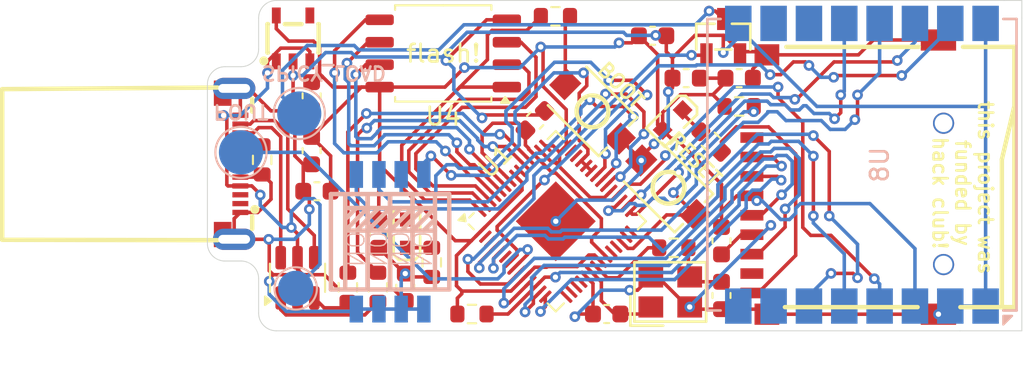
<source format=kicad_pcb>
(kicad_pcb (version 20240108) (generator "pcbnew") (generator_version "8.0")
  (title_block (title "crackedbadusb") (rev "1.0") (comment 4 "AISLER Project ID: QQGGJZEF"))
  (layers (0 "F.Cu" signal) (31 "B.Cu" signal) (34 "B.Paste" user) (35 "F.Paste" user) (36 "B.SilkS" user "B.Silkscreen") (37 "F.SilkS" user "F.Silkscreen") (38 "B.Mask" user) (39 "F.Mask" user) (44 "Edge.Cuts" user))
  (net 0 "")
  (net 1 "GND")
  (net 2 "Net-(BOOT1-Pad2)")
  (net 3 "Net-(U1-GPIO22)")
  (net 4 "Net-(U1-VREG_VOUT)")
  (net 5 "Net-(U1-XIN)")
  (net 6 "Net-(C5-Pad1)")
  (net 7 "+3.3V")
  (net 8 "SPI1_MISO")
  (net 10 "Net-(Card2-CD)")
  (net 12 "SPI1_CSN")
  (net 13 "SPI1_MOSI")
  (net 14 "SPI1_SCK")
  (net 18 "Net-(LED_PWR1-K)")
  (net 19 "Net-(LED_PWR2-K)")
  (net 20 "Net-(U1-GPIO6)")
  (net 21 "Net-(Q1-G)")
  (net 22 "Net-(Q1-D)")
  (net 23 "Net-(USB2-CC1)")
  (net 24 "Net-(U1-RUN)")
  (net 25 "Net-(U1-XOUT)")
  (net 26 "Net-(U1-QSPI_SS)")
  (net 27 "Net-(U1-USB_DP)")
  (net 28 "USB_D+")
  (net 29 "USB_D-")
  (net 30 "Net-(U1-USB_DM)")
  (net 33 "SPI0_MOSI")
  (net 34 "Net-(U1-GPIO24)")
  (net 35 "Net-(U1-QSPI_SCLK)")
  (net 39 "SPI0_SCK")
  (net 40 "SPI0_CSN")
  (net 41 "Net-(U1-GPIO21)")
  (net 42 "Net-(U1-QSPI_SD1)")
  (net 46 "Net-(U1-GPIO23)")
  (net 47 "Net-(U1-GPIO25)")
  (net 49 "Net-(U1-QSPI_SD2)")
  (net 50 "Net-(U1-QSPI_SD3)")
  (net 52 "Net-(U1-GPIO2)")
  (net 53 "Net-(U1-GPIO3)")
  (net 54 "SPI0_MISO")
  (net 55 "Net-(U1-QSPI_SD0)")
  (net 56 "Net-(USB2-DP1)")
  (net 57 "Net-(USB2-DN1)")
  (net 66 "Net-(Q2-CE)")
  (footprint "Resistor_SMD:R_0603_1608Metric" (layer "F.Cu") (at 70.6 100.9 180)
    (property "Reference" "R5" (hide yes))
    (property "Value" "1k" (hide yes))
  )
  (footprint "Resistor_SMD:R_0603_1608Metric" (layer "F.Cu") (at 77.3 114 180)
    (property "Reference" "R3" (hide yes))
    (property "Value" "1k" (hide yes))
  )
  (footprint "Capacitor_SMD:C_0603_1608Metric" (layer "F.Cu") (at 81 104.4)
    (property "Reference" "C10" (hide yes))
    (property "Value" "100n" (hide yes))
  )
  (footprint "Capacitor_SMD:C_0603_1608Metric" (layer "F.Cu") (at 73.5 117.75 180)
    (property "Reference" "C4" (hide yes))
    (property "Value" "15p" (hide yes))
  )
  (footprint "easyeda2kicad:SW-SMD_L3.9-W3.0-P4.45" (layer "F.Cu") (at 72.7 106.28 135)
    (property "Reference" "BOOT1" (hide yes))
    (property "Value" "TS-1088-AR02016" (hide yes))
  )
  (footprint "Capacitor_SMD:C_0603_1608Metric" (layer "F.Cu") (at 57.1 110.8)
    (property "Reference" "C7" (hide yes))
    (property "Value" "1u" (hide yes))
  )
  (footprint "easyeda2kicad:TF-SMD_TF-01A" (layer "F.Cu") (at 87 110 90)
    (property "Reference" "Card2" (hide yes))
    (property "Value" "TF-01A")
  )
  (footprint "easyeda2kicad:LED0603-RD_GREEN" (layer "F.Cu") (at 62.2 113.2 90)
    (property "Reference" "LED_PWR2" (hide yes))
    (property "Value" "XL-1608UGC-04" (hide yes))
  )
  (footprint "easyeda2kicad:USB-C-SMD_U261-121N-4BS2S" (layer "F.Cu") (at 52.265 109.25 -90)
    (property "Reference" "USB2" (hide yes))
    (property "Value" "U261-121N-4BS2S" (hide yes))
  )
  (footprint "Capacitor_SMD:C_0603_1608Metric" (layer "F.Cu") (at 69.45 106.8 -135)
    (property "Reference" "C3" (hide yes))
    (property "Value" "1u" (hide yes))
  )
  (footprint "Capacitor_SMD:C_0603_1608Metric" (layer "F.Cu") (at 80 113.6 -90)
    (property "Reference" "C11" (hide yes))
    (property "Value" "100n" (hide yes))
  )
  (footprint "Resistor_SMD:R_0603_1608Metric" (layer "F.Cu") (at 58.85 116.2375 90)
    (property "Reference" "R7" (hide yes))
    (property "Value" "27.4" (hide yes))
  )
  (footprint "Package_DFN_QFN:QFN-56-1EP_7x7mm_P0.4mm_EP3.2x3.2mm" (layer "F.Cu") (at 70.618629 112.5 45)
    (property "Reference" "U1")
    (property "Value" "RP2040" (hide yes))
  )
  (footprint "Resistor_SMD:R_0603_1608Metric" (layer "F.Cu") (at 79.416637 108.016637 135)
    (property "Reference" "R10" (hide yes))
    (property "Value" "150" (hide yes))
  )
  (footprint "Resistor_SMD:R_0603_1608Metric" (layer "F.Cu") (at 81 106)
    (property "Reference" "R2" (hide yes))
    (property "Value" "10K" (hide yes))
  )
  (footprint "Capacitor_SMD:C_0603_1608Metric" (layer "F.Cu") (at 62.1 116.235 90)
    (property "Reference" "C1" (hide yes))
    (property "Value" "10u" (hide yes))
  )
  (footprint "Resistor_SMD:R_0603_1608Metric" (layer "F.Cu") (at 60.55 116.2375 90)
    (property "Reference" "R6" (hide yes))
    (property "Value" "27.4" (hide yes))
  )
  (footprint "Capacitor_SMD:C_0603_1608Metric" (layer "F.Cu") (at 80 116.7 -90)
    (property "Reference" "C5" (hide yes))
    (property "Value" "15p" (hide yes))
  )
  (footprint "Capacitor_SMD:C_0603_1608Metric" (layer "F.Cu") (at 60.6 113.225 -90)
    (property "Reference" "C9" (hide yes))
    (property "Value" "100n" (hide yes))
  )
  (footprint "easyeda2kicad:LED0603-RD_GREEN" (layer "F.Cu") (at 77.234315 106.765685 -135)
    (property "Reference" "LED_PWR1" (hide yes))
    (property "Value" "XL-1608UGC-04" (hide yes))
  )
  (footprint "easyeda2kicad:CRYSTAL-SMD_4P-L3.2-W2.5-BL" (layer "F.Cu") (at 77.1 116.5)
    (property "Reference" "U5" (hide yes))
    (property "Value" "ABM8-272-T3_C20625731")
  )
  (footprint "Package_SO:SOIC-8_5.23x5.23mm_P1.27mm" (layer "F.Cu") (at 64.25 103 180)
    (property "Reference" "U4")
    (property "Value" "W25Q128JVS" (hide yes))
  )
  (footprint "Resistor_SMD:R_0603_1608Metric" (layer "F.Cu") (at 63.6 114.825 90)
    (property "Reference" "R9" (hide yes))
    (property "Value" "150" (hide yes))
  )
  (footprint "Capacitor_SMD:C_0603_1608Metric" (layer "F.Cu") (at 56.8 105.4 -90)
    (property "Reference" "C2" (hide yes))
    (property "Value" "10u" (hide yes))
  )
  (footprint "Resistor_SMD:R_0603_1608Metric" (layer "F.Cu") (at 65.875 117.75 180)
    (property "Reference" "R8" (hide yes))
    (property "Value" "10k" (hide yes))
  )
  (footprint "Capacitor_SMD:C_0603_1608Metric" (layer "F.Cu") (at 78 104.4 180)
    (property "Reference" "C8" (hide yes))
    (property "Value" "100n" (hide yes))
  )
  (footprint "easyeda2kicad:SW-SMD_L3.9-W3.0-P4.45" (layer "F.Cu") (at 77 110.6 135)
    (property "Reference" "RESET1" (hide yes))
    (property "Value" "TS-1088-AR02016" (hide yes))
  )
  (footprint "easyeda2kicad:SOT-25_L3.0-W1.6-P0.95-LS2.8-TL" (layer "F.Cu") (at 55.75 102.15 90)
    (property "Reference" "Q2" (hide yes))
    (property "Value" "XC6220B331MR-G" (hide yes))
  )
  (footprint "Capacitor_SMD:C_0603_1608Metric" (layer "F.Cu") (at 56.8 108.5 90)
    (property "Reference" "C6" (hide yes))
    (property "Value" "100n" (hide yes))
  )
  (footprint "Package_TO_SOT_SMD:SOT-23-6" (layer "F.Cu") (at 56 115.7 90)
    (property "Reference" "U3" (hide yes))
    (property "Value" "USBLC6-2SC6" (hide yes))
  )
  (footprint "easyeda2kicad:SOT-23-3_L2.9-W1.3-P1.90-LS2.4-BR" (layer "F.Cu") (at 80.1 102.05 -90)
    (property "Reference" "Q1" (hide yes))
    (property "Value" "AO3400A_C347475" (hide yes))
  )
  (footprint "Resistor_SMD:R_0603_1608Metric" (layer "F.Cu") (at 54 109.025 90)
    (property "Reference" "R1" (hide yes))
    (property "Value" "5.1K" (hide yes))
  )
  (footprint "Capacitor_SMD:C_0603_1608Metric" (layer "F.Cu") (at 76.1 102)
    (property "Reference" "C13" (hide yes))
    (property "Value" "100n" (hide yes))
  )
  (footprint "TestPoint:TestPoint_Pad_D2.5mm" (layer "B.Cu") (at 52.8 108.6 180)
    (property "Reference" "TP3" (hide yes))
    (property "Value" "PULLOUT" (hide yes))
  )
  (footprint "RF_Module:Ai-Thinker-Ra-01-LoRa" (layer "B.Cu") (at 87.95 109.3 90)
    (property "Reference" "U8")
    (property "Value" "Ai-Thinker-Ra-02")
  )
  (footprint "TestPoint:TestPoint_Pad_D2.5mm" (layer "B.Cu") (at 56.1 106.4 180)
    (property "Reference" "TP9" (hide yes))
    (property "Value" "SPICY_LOAD")
  )
  (footprint "TestPoint:TestPoint_Pad_D2.0mm" (layer "B.Cu") (at 55.9 116.3 180)
    (property "Reference" "TP2" (hide yes))
    (property "Value" "T5V" (hide yes))
  )
  (footprint "easyeda2kicad:SW-SMD_8P-L6.7-W5.4-P1.27-LS8.4" (layer "B.Cu") (at 61.24 113.66)
    (property "Reference" "U2" (hide yes))
    (property "Value" "DSHP04TSGER_C3293144" (hide yes))
  )
  (gr_arc (start 52.8 114.75) (mid 53.507107 115.042893) (end 53.8 115.75) (stroke (width 0.05)) (layer "Edge.Cuts"))
  (gr_arc (start 53.8 102.75) (mid 53.507107 103.457107) (end 52.8 103.75) (stroke (width 0.05)) (layer "Edge.Cuts"))
  (gr_line (start 53.8 101) (end 53.8 102.75) (stroke (width 0.05)) (layer "Edge.Cuts"))
  (gr_line (start 93.5 118.7) (end 97 118.7) (stroke (width 0.05)) (layer "Edge.Cuts"))
  (gr_arc (start 54.8 118.7) (mid 54.092893 118.407107) (end 53.8 117.7) (stroke (width 0.05)) (layer "Edge.Cuts"))
  (gr_arc (start 53.8 101) (mid 54.092893 100.292893) (end 54.8 100) (stroke (width 0.05)) (layer "Edge.Cuts"))
  (gr_arc (start 51.85 114.75) (mid 51.174548 114.440086) (end 50.898751 113.75) (stroke (width 0.05)) (layer "Edge.Cuts"))
  (gr_line (start 50.9 104.75) (end 50.898751 113.75) (stroke (width 0.05)) (layer "Edge.Cuts"))
  (gr_line (start 93.5 100) (end 54.8 100) (stroke (width 0.05)) (layer "Edge.Cuts"))
  (gr_line (start 54.8 118.7) (end 93.5 118.7) (stroke (width 0.05)) (layer "Edge.Cuts"))
  (gr_line (start 52.8 103.75) (end 51.9 103.75) (stroke (width 0.05)) (layer "Edge.Cuts"))
  (gr_line (start 53.8 115.75) (end 53.8 117.7) (stroke (width 0.05)) (layer "Edge.Cuts"))
  (gr_line (start 96 100) (end 97 100) (stroke (width 0.05)) (layer "Edge.Cuts"))
  (gr_line (start 97 100) (end 97 101) (stroke (width 0.05)) (layer "Edge.Cuts"))
  (gr_arc (start 50.9 104.75) (mid 51.192893 104.042893) (end 51.9 103.75) (stroke (width 0.05)) (layer "Edge.Cuts"))
  (gr_line (start 51.85 114.75) (end 52.8 114.75) (stroke (width 0.05)) (layer "Edge.Cuts"))
  (gr_line (start 97 118.7) (end 97 101) (stroke (width 0.05)) (layer "Edge.Cuts"))
  (gr_line (start 93.5 100) (end 96 100) (stroke (width 0.05)) (layer "Edge.Cuts"))
  (gr_text "POUT" (at 52.8 106.3 180) (layer "B.SilkS") (effects (font (size 0.8 0.8) (thickness 0.15) (bold yes)) (justify mirror)))
  (gr_text "this project was \nfunded by\nhack club!\n" (at 91.9 110.9 -90) (layer "F.SilkS") (effects (font (size 0.8 0.8) (thickness 0.15) (bold yes)) (justify bottom)))
  (segment (start 56.05 106.175) (end 55.925 106.175) (width 0.2) (layer "F.Cu") (net 1))
  (segment (start 55.85 106.375) (end 56.05 106.175) (width 0.2) (layer "F.Cu") (net 1))
  (segment (start 52.765 112) (end 53.75 112) (width 0.2) (layer "F.Cu") (net 1))
  (segment (start 54.26 113.66) (end 54.12 113.52) (width 0.2) (layer "F.Cu") (net 1))
  (segment (start 63.6 115.65) (end 62.29 115.65) (width 0.2) (layer "F.Cu") (net 1))
  (segment (start 55.925 106.175) (end 55.75 106) (width 0.2) (layer "F.Cu") (net 1))
  (segment (start 55.349999 115.525) (end 54.625 115.525) (width 0.2) (layer "F.Cu") (net 1))
  (segment (start 56 116.175001) (end 55.349999 115.525) (width 0.2) (layer "F.Cu") (net 1))
  (segment (start 55.85 106.25) (end 55.675 106.075) (width 0.2) (layer "F.Cu") (net 1))
  (segment (start 75.458507 109.038507) (end 74.241493 107.821493) (width 0.2) (layer "F.Cu") (net 1))
  (segment (start 72.725 116.020588) (end 72.3422 115.637788) (width 0.2) (layer "F.Cu") (net 1))
  (segment (start 71.85 117.75) (end 71.7 117.9) (width 0.2) (layer "F.Cu") (net 1))
  (segment (start 56 116.8375) (end 56 116.175001) (width 0.2) (layer "F.Cu") (net 1))
  (segment (start 55.5 106.25) (end 55.675 106.075) (width 0.2) (layer "F.Cu") (net 1))
  (segment (start 54.12 113.52) (end 52.415 113.52) (width 0.2) (layer "F.Cu") (net 1))
  (segment (start 82.57 103.08) (end 87.75 103.08) (width 0.2) (layer "F.Cu") (net 1))
  (segment (start 52.765 106.5) (end 52.765 105.33) (width 0.2) (layer "F.Cu") (net 1))
  (segment (start 62.06 115.46) (end 60.6 114) (width 0.2) (layer "F.Cu") (net 1))
  (segment (start 68.95 106.482724) (end 66.61184 106.482724) (width 0.2) (layer "F.Cu") (net 1))
  (segment (start 56.325 110.8) (end 56.325 109.275) (width 0.2) (layer "F.Cu") (net 1))
  (segment (start 54.5 106.25) (end 55.2 106.25) (width 0.2) (layer "F.Cu") (net 1))
  (segment (start 54.4 115.3) (end 54.4 113.8) (width 0.2) (layer "F.Cu") (net 1))
  (segment (start 88.59 102.24) (end 92.28 102.24) (width 0.2) (layer "F.Cu") (net 1))
  (segment (start 78.325 117.475) (end 78.2 117.35) (width 0.2) (layer "F.Cu") (net 1))
  (segment (start 72.725 117.75) (end 72.725 116.020588) (width 0.2) (layer "F.Cu") (net 1))
  (segment (start 52.415 113.52) (end 52.415 112.35) (width 0.2) (layer "F.Cu") (net 1))
  (segment (start 55.85 106.45) (end 55.85 106.25) (width 0.2) (layer "F.Cu") (net 1))
  (segment (start 75.458507 108.841493) (end 76.182234 108.117766) (width 0.2) (layer "F.Cu") (net 1))
  (segment (start 77.225 104.936522) (end 77.225 103.25) (width 0.2) (layer "F.Cu") (net 1))
  (segment (start 56.67 111.145) (end 56.325 110.8) (width 0.2) (layer "F.Cu") (net 1))
  (segment (start 53.75 112) (end 54.5 111.25) (width 0.2) (layer "F.Cu") (net 1))
  (segment (start 55.65 106.25) (end 55.85 106.45) (width 0.2) (layer "F.Cu") (net 1))
  (segment (start 77.225 103.25) (end 76.875 102.9) (width 0.2) (layer "F.Cu") (net 1))
  (segment (start 78.2 117.35) (end 78.1 117.35) (width 0.2) (layer "F.Cu") (net 1))
  (segment (start 81.115 113.26) (end 81.72 113.26) (width 0.2) (layer "F.Cu") (net 1))
  (segment (start 55.85 106.45) (end 55.85 106.375) (width 0.2) (layer "F.Cu") (net 1))
  (segment (start 82.285 117.475) (end 82.57 117.76) (width 0.2) (layer "F.Cu") (net 1))
  (segment (start 92.28 117.76) (end 82.57 117.76) (width 0.2) (layer "F.Cu") (net 1))
  (segment (start 54.625 115.525) (end 54.4 115.75) (width 0.2) (layer "F.Cu") (net 1))
  (segment (start 80.1 102) (end 80.125 101.975) (width 0.2) (layer "F.Cu") (net 1))
  (segment (start 56.325 109.275) (end 55.85 108.8) (width 0.2) (layer "F.Cu") (net 1))
  (segment (start 55.75 106) (end 55.75 103.7) (width 0.2) (layer "F.Cu") (net 1))
  (segment (start 72.725 117.75) (end 71.85 117.75) (width 0.2) (layer "F.Cu") (net 1))
  (segment (start 54.5 110.325) (end 54 109.825) (width 0.2) (layer "F.Cu") (net 1))
  (segment (start 56.8 109.275) (end 56.325 109.275) (width 0.2) (layer "F.Cu") (net 1))
  (segment (start 75.458507 109.058507) (end 75.458507 108.841493) (width 0.2) (layer "F.Cu") (net 1))
  (segment (start 87.75 103.08) (end 88.59 102.24) (width 0.2) (layer "F.Cu") (net 1))
  (segment (start 81.775 104.4) (end 81.775 103.875) (width 0.2) (layer "F.Cu") (net 1))
  (segment (start 55.85 108.8) (end 55.85 106.45) (width 0.2) (layer "F.Cu") (net 1))
  (segment (start 53.65 110) (end 54 109.65) (width 0.2) (layer "F.Cu") (net 1))
  (segment (start 76.985787 105.175735) (end 77.225 104.936522) (width 0.2) (layer "F.Cu") (net 1))
  (segment (start 69.998008 106.251992) (end 69.767276 106.482724) (width 0.2) (layer "F.Cu") (net 1))
  (segment (start 76.4 115.65) (end 76 115.65) (width 0.2) (layer "F.Cu") (net 1))
  (segment (start 54.5 111.25) (end 54.5 110.325) (width 0.2) (layer "F.Cu") (net 1))
  (segment (start 54.26 113.66) (end 54.37 113.55) (width 0.2) (layer "F.Cu") (net 1))
  (segment (start 77.475 104.15) (end 77.5 104.15) (width 0.2) (layer "F.Cu") (net 1))
  (segment (start 52.415 104.98) (end 53.23 104.98) (width 0.2) (layer "F.Cu") (net 1))
  (segment (start 66.705 101.095) (end 64.4 103.4) (width 0.2) (layer "F.Cu") (net 1))
  (segment (start 75.25 116.4) (end 76 115.65) (width 0.2) (layer "F.Cu") (net 1))
  (segment (start 56.8 106.175) (end 56.05 106.175) (width 0.2) (layer "F.Cu") (net 1))
  (segment (start 54.625 115.525) (end 54.4 115.3) (width 0.2) (layer "F.Cu") (net 1))
  (segment (start 76.298425 102) (end 76.875 102) (width 0.2) (layer "F.Cu") (net 1))
  (segment (start 69.767276 106.482724) (end 68.95 106.482724) (width 0.2) (layer "F.Cu") (net 1))
  (segment (start 74.8 116.4) (end 75.25 116.4) (width 0.2) (layer "F.Cu") (net 1))
  (segment (start 82.39 102.9) (end 82.57 103.08) (width 0.2) (layer "F.Cu") (net 1))
  (segment (start 52.765 105.33) (end 52.415 104.98) (width 0.2) (layer "F.Cu") (net 1))
  (segment (start 80.125 101.975) (end 81.05 102.9) (width 0.2) (layer "F.Cu") (net 1))
  (segment (start 80 117.475) (end 82.285 117.475) (width 0.2) (layer "F.Cu") (net 1))
  (segment (start 55.2 106.25) (end 55.65 106.25) (width 0.2) (layer "F.Cu") (net 1))
  (segment (start 56.67 111.82) (end 56.67 111.145) (width 0.2) (layer "F.Cu") (net 1))
  (segment (start 77.225 103.25) (end 78.5 101.975) (width 0.2) (layer "F.Cu") (net 1))
  (segment (start 70.618629 112.5) (end 70.618629 113.914217) (width 0.2) (layer "F.Cu") (net 1))
  (segment (start 70.618629 112.5) (end 71.352206 113.233577) (width 0.2) (layer "F.Cu") (net 1))
  (segment (start 52.765 110) (end 53.65 110) (width 0.2) (layer "F.Cu") (net 1))
  (segment (start 80 114.375) (end 81.115 113.26) (width 0.2) (layer "F.Cu") (net 1))
  (segment (start 81.72 113.26) (end 82.259742 113.26) (width 0.2) (layer "F.Cu") (net 1))
  (segment (start 74.978507 107.821493) (end 74.241493 107.821493) (width 0.2) (layer "F.Cu") (net 1))
  (segment (start 67.85 101.095) (end 66.705 101.095) (width 0.2) (layer "F.Cu") (net 1))
  (segment (start 78.5 101.975) (end 80.125 101.975) (width 0.2) (layer "F.Cu") (net 1))
  (segment (start 54.37 113.55) (end 54.37 113.52) (width 0.2) (layer "F.Cu") (net 1))
  (segment (start 55.65 106.25) (end 55.85 106.25) (width 0.2) (layer "F.Cu") (net 1))
  (segment (start 55.675 106.075) (end 55.75 106) (width 0.2) (layer "F.Cu") (net 1))
  (segment (start 78.1 117.35) (end 76.4 115.65) (width 0.2) (layer "F.Cu") (net 1))
  (segment (start 81.775 103.875) (end 82.57 103.08) (width 0.2) (layer "F.Cu") (net 1))
  (segment (start 55.75 104.25) (end 55.75 103.7) (width 0.2) (layer "F.Cu") (net 1))
  (segment (start 54.4 113.8) (end 54.26 113.66) (width 0.2) (layer "F.Cu") (net 1))
  (segment (start 52.415 112.35) (end 52.765 112) (width 0.2) (layer "F.Cu") (net 1))
  (segment (start 62.29 115.65) (end 62.1 115.46) (width 0.2) (layer "F.Cu") (net 1))
  (segment (start 75.458507 109.058507) (end 75.458507 109.038507) (width 0.2) (layer "F.Cu") (net 1))
  (segment (start 62.1 115.46) (end 62.06 115.46) (width 0.2) (layer "F.Cu") (net 1))
  (segment (start 82.259742 113.26) (end 82.792745 112.726997) (width 0.2) (layer "F.Cu") (net 1))
  (segment (start 76.875 102.9) (end 76.875 102) (width 0.2) (layer "F.Cu") (net 1))
  (segment (start 54.4 115.75) (end 54.4 115.9) (width 0.2) (layer "F.Cu") (net 1))
  (segment (start 79.885 117.76) (end 79.6 117.475) (width 0.2) (layer "F.Cu") (net 1))
  (segment (start 53.23 104.98) (end 54.5 106.25) (width 0.2) (layer "F.Cu") (net 1))
  (segment (start 80 117.475) (end 78.325 117.475) (width 0.2) (layer "F.Cu") (net 1))
  (segment (start 81.05 102.9) (end 82.39 102.9) (width 0.2) (layer "F.Cu") (net 1))
  (segment (start 66.61184 106.482724) (end 66.444564 106.65) (width 0.2) (layer "F.Cu") (net 1))
  (segment (start 55.2 106.25) (end 55.5 106.25) (width 0.2) (layer "F.Cu") (net 1))
  (segment (start 76.275 101.976575) (end 76.298425 102) (width 0.2) (layer "F.Cu") (net 1))
  (segment (start 80.1 102.95) (end 80.1 102) (width 0.2) (layer "F.Cu") (net 1))
  (via (at 92.28 117.76) (size 0.6) (drill 0.3) (layers "F.Cu" "B.Cu") (net 1))
  (via (at 80.1 102.95) (size 0.6) (drill 0.3) (layers "F.Cu" "B.Cu") (net 1))
  (via (at 71.7 117.9) (size 0.6) (drill 0.3) (layers "F.Cu" "B.Cu") (net 1))
  (via (at 76.182234 108.117766) (size 0.6) (drill 0.3) (layers "F.Cu" "B.Cu") (net 1))
  (via (at 74.8 116.4) (size 0.6) (drill 0.3) (layers "F.Cu" "B.Cu") (net 1))
  (via (at 64.4 103.4) (size 0.6) (drill 0.3) (layers "F.Cu" "B.Cu") (net 1))
  (via (at 82.792745 112.726997) (size 0.6) (drill 0.3) (layers "F.Cu" "B.Cu") (net 1))
  (via (at 75.458507 109.058507) (size 0.6) (drill 0.3) (layers "F.Cu" "B.Cu") (net 1))
  (via (at 62.1 115.46) (size 0.6) (drill 0.3) (layers "F.Cu" "B.Cu") (net 1))
  (via (at 76.275 101.976575) (size 0.6) (drill 0.3) (layers "F.Cu" "B.Cu") (net 1))
  (via (at 66.444564 106.65) (size 0.6) (drill 0.3) (layers "F.Cu" "B.Cu") (net 1))
  (via (at 54.4 115.9) (size 0.6) (drill 0.3) (layers "F.Cu" "B.Cu") (net 1))
  (via (at 78.2 117.35) (size 0.6) (drill 0.3) (layers "F.Cu" "B.Cu") (net 1))
  (via (at 54.37 113.52) (size 0.6) (drill 0.3) (layers "F.Cu" "B.Cu") (net 1))
  (via (at 76.985787 105.175735) (size 0.6) (drill 0.3) (layers "F.Cu" "B.Cu") (net 1))
  (via (at 56.67 111.82) (size 0.6) (drill 0.3) (layers "F.Cu" "B.Cu") (net 1))
  (via (at 70.618629 112.5) (size 0.6) (drill 0.3) (layers "F.Cu" "B.Cu") (net 1))
  (via (at 55.75 104.25) (size 0.6) (drill 0.3) (layers "F.Cu" "B.Cu") (net 1))
  (segment (start 60.61 117.47) (end 61.87 117.47) (width 0.2) (layer "B.Cu") (net 1))
  (segment (start 71.7 117.9) (end 73.2 116.4) (width 0.2) (layer "B.Cu") (net 1))
  (segment (start 74.625104 101.976575) (end 74.448529 101.8) (width 0.2) (layer "B.Cu") (net 1))
  (segment (start 65.6 101.8) (end 64.2 103.2) (width 0.2) (layer "B.Cu") (net 1))
  (segment (start 63.15 117.47) (end 61.87 117.47) (width 0.2) (layer "B.Cu") (net 1))
  (segment (start 80.95 101.55) (end 85.4 106) (width 0.2) (layer "B.Cu") (net 1))
  (segment (start 54.4 116.638478) (end 55.361522 117.6) (width 0.2) (layer "B.Cu") (net 1))
  (segment (start 82.792745 112.726997) (end 78.2 117.319742) (width 0.2) (layer "B.Cu") (net 1))
  (segment (start 85.4 106) (end 94.95 106) (width 0.2) (layer "B.Cu") (net 1))
  (segment (start 55.361522 117.6) (end 59.2 117.6) (width 0.2) (layer "B.Cu") (net 1))
  (segment (start 80.95 101.3) (end 80.95 101.55) (width 0.2) (layer "B.Cu") (net 1))
  (segment (start 55.828527 113.52) (end 56.67 112.678527) (width 0.2) (layer "B.Cu") (net 1))
  (segment (start 76.275 101.976575) (end 74.625104 101.976575) (width 0.2) (layer "B.Cu") (net 1))
  (segment (start 60.61 117.47) (end 59.33 117.47) (width 0.2) (layer "B.Cu") (net 1))
  (segment (start 75.458507 109.691493) (end 73.849265 111.300735) (width 0.2) (layer "B.Cu") (net 1))
  (segment (start 92.95 117.3) (end 92.74 117.3) (width 0.2) (layer "B.Cu") (net 1))
  (segment (start 94.95 101.3) (end 94.95 106) (width 0.2) (layer "B.Cu") (net 1))
  (segment (start 57.59136 102.95) (end 59.048529 102.95) (width 0.2) (layer "B.Cu") (net 1))
  (segment (start 56.29136 104.25) (end 57.59136 102.95) (width 0.2) (layer "B.Cu") (net 1))
  (segment (start 74.448529 101.8) (end 65.6 101.8) (width 0.2) (layer "B.Cu") (net 1))
  (segment (start 75.458507 109.058507) (end 75.458507 109.691493) (width 0.2) (layer "B.Cu") (net 1))
  (segment (start 78.2 117.319742) (end 78.2 117.35) (width 0.2) (layer "B.Cu") (net 1))
  (segment (start 54.37 113.52) (end 55.828527 113.52) (width 0.2) (layer "B.Cu") (net 1))
  (segment (start 64.85 105.055436) (end 64.85 103.85) (width 0.2) (layer "B.Cu") (net 1))
  (segment (start 55.75 104.25) (end 56.29136 104.25) (width 0.2) (layer "B.Cu") (net 1))
  (segment (start 56.67 112.678527) (end 56.67 111.82) (width 0.2) (layer "B.Cu") (net 1))
  (segment (start 64.2 103.2) (end 64.4 103.4) (width 0.2) (layer "B.Cu") (net 1))
  (segment (start 92.74 117.3) (end 92.28 117.76) (width 0.2) (layer "B.Cu") (net 1))
  (segment (start 59.048529 102.95) (end 59.298529 103.2) (width 0.2) (layer "B.Cu") (net 1))
  (segment (start 64.85 103.85) (end 64.4 103.4) (width 0.2) (layer "B.Cu") (net 1))
  (segment (start 76.985787 105.175735) (end 76.985787 107.314213) (width 0.2) (layer "B.Cu") (net 1))
  (segment (start 76.985787 107.314213) (end 76.182234 108.117766) (width 0.2) (layer "B.Cu") (net 1))
  (segment (start 80.95 101.3) (end 80.95 102.1) (width 0.2) (layer "B.Cu") (net 1))
  (segment (start 73.2 116.4) (end 74.8 116.4) (width 0.2) (layer "B.Cu") (net 1))
  (segment (start 80.95 102.1) (end 80.1 102.95) (width 0.2) (layer "B.Cu") (net 1))
  (segment (start 73.849265 111.300735) (end 71.817894 111.300735) (width 0.2) (layer "B.Cu") (net 1))
  (segment (start 61.87 117.47) (end 61.87 115.69) (width 0.2) (layer "B.Cu") (net 1))
  (segment (start 94.95 106) (end 94.95 117.3) (width 0.2) (layer "B.Cu") (net 1))
  (segment (start 54.4 115.9) (end 54.4 116.638478) (width 0.2) (layer "B.Cu") (net 1))
  (segment (start 59.298529 103.2) (end 64.2 103.2) (width 0.2) (layer "B.Cu") (net 1))
  (segment (start 61.87 115.69) (end 62.1 115.46) (width 0.2) (layer "B.Cu") (net 1))
  (segment (start 92.95 117.3) (end 94.95 117.3) (width 0.2) (layer "B.Cu") (net 1))
  (segment (start 59.2 117.6) (end 59.33 117.47) (width 0.2) (layer "B.Cu") (net 1))
  (segment (start 71.817894 111.300735) (end 70.618629 112.5) (width 0.2) (layer "B.Cu") (net 1))
  (segment (start 66.444564 106.65) (end 64.85 105.055436) (width 0.2) (layer "B.Cu") (net 1))
  (segment (start 71.158507 101.166493) (end 71.425 100.9) (width 0.2) (layer "F.Cu") (net 2))
  (segment (start 71.158507 104.738507) (end 71.158507 101.166493) (width 0.2) (layer "F.Cu") (net 2))
  (segment (start 73.990781 109.976373) (end 73.473571 110.493583) (width 0.2) (layer "F.Cu") (net 3))
  (segment (start 74.599661 105.299661) (end 75.608483 106.308483) (width 0.2) (layer "F.Cu") (net 3))
  (segment (start 73.434905 105.299661) (end 74.599661 105.299661) (width 0.2) (layer "F.Cu") (net 3))
  (segment (start 74.273625 109.976373) (end 73.990781 109.976373) (width 0.2) (layer "F.Cu") (net 3))
  (segment (start 75.608483 106.308483) (end 75.608483 107.560262) (width 0.2) (layer "F.Cu") (net 3))
  (via (at 74.273625 109.976373) (size 0.6) (drill 0.3) (layers "F.Cu" "B.Cu") (net 3))
  (via (at 75.608483 107.560262) (size 0.6) (drill 0.3) (layers "F.Cu" "B.Cu") (net 3))
  (via (at 73.434905 105.299661) (size 0.6) (drill 0.3) (layers "F.Cu" "B.Cu") (net 3))
  (segment (start 69.684314 109.05025) (end 68.98223 109.752334) (width 0.2) (layer "B.Cu") (net 3))
  (segment (start 67.35 111.8) (end 60.1 111.8) (width 0.2) (layer "B.Cu") (net 3))
  (segment (start 59.33 111.03) (end 59.33 109.85) (width 0.2) (layer "B.Cu") (net 3))
  (segment (start 75.608483 107.560262) (end 74.858507 108.310238) (width 0.2) (layer "B.Cu") (net 3))
  (segment (start 74.858507 108.310238) (end 74.858507 109.307036) (width 0.2) (layer "B.Cu") (net 3))
  (segment (start 69.967157 109.05025) (end 69.684314 109.05025) (width 0.2) (layer "B.Cu") (net 3))
  (segment (start 74.850733 109.399265) (end 74.850733 109.31481) (width 0.2) (layer "B.Cu") (net 3))
  (segment (start 74.850733 109.31481) (end 74.858507 109.307036) (width 0.2) (layer "B.Cu") (net 3))
  (segment (start 73.434905 105.582502) (end 69.967157 109.05025) (width 0.2) (layer "B.Cu") (net 3))
  (segment (start 73.434905 105.299661) (end 73.434905 105.582502) (width 0.2) (layer "B.Cu") (net 3))
  (segment (start 74.850733 109.399265) (end 74.273625 109.976373) (width 0.2) (layer "B.Cu") (net 3))
  (segment (start 68.98223 110.16777) (end 67.35 111.8) (width 0.2) (layer "B.Cu") (net 3))
  (segment (start 68.98223 109.752334) (end 68.98223 110.16777) (width 0.2) (layer "B.Cu") (net 3))
  (segment (start 60.1 111.8) (end 59.33 111.03) (width 0.2) (layer "B.Cu") (net 3))
  (segment (start 68.901992 108.189188) (end 69.083245 108.370441) (width 0.2) (layer "F.Cu") (net 4))
  (segment (start 70.431859 109.767649) (end 70.617649 109.767649) (width 0.2) (layer "F.Cu") (net 4))
  (segment (start 68.046528 110.210742) (end 68.117893 110.282106) (width 0.2) (layer "F.Cu") (net 4))
  (segment (start 66.45 108.614214) (end 66.45 107.55) (width 0.2) (layer "F.Cu") (net 4))
  (segment (start 72.65 113.45) (end 72.65 113.682846) (width 0.2) (layer "F.Cu") (net 4))
  (segment (start 66.45 107.55) (end 67.05 106.95) (width 0.2) (layer "F.Cu") (net 4))
  (segment (start 69.083245 108.370441) (end 69.083245 108.419035) (width 0.2) (layer "F.Cu") (net 4))
  (segment (start 69.460742 108.796528) (end 69.343586 108.67937) (width 0.2) (layer "F.Cu") (net 4))
  (segment (start 69.083245 108.419035) (end 70.431859 109.767649) (width 0.2) (layer "F.Cu") (net 4))
  (segment (start 72.65 113.682846) (end 73.473571 114.506417) (width 0.2) (layer "F.Cu") (net 4))
  (segment (start 68.503984 106.95) (end 68.901992 107.348008) (width 0.2) (layer "F.Cu") (net 4))
  (segment (start 68.046528 110.210742) (end 67.669034 109.833246) (width 0.2) (layer "F.Cu") (net 4))
  (segment (start 67.669034 109.833246) (end 67.669032 109.833246) (width 0.2) (layer "F.Cu") (net 4))
  (segment (start 67.669032 109.833246) (end 66.45 108.614214) (width 0.2) (layer "F.Cu") (net 4))
  (segment (start 73.2 112.35) (end 73.2 112.9) (width 0.2) (layer "F.Cu") (net 4))
  (segment (start 67.05 106.95) (end 68.503984 106.95) (width 0.2) (layer "F.Cu") (net 4))
  (segment (start 68.901992 107.348008) (end 68.901992 108.189188) (width 0.2) (layer "F.Cu") (net 4))
  (segment (start 73.2 112.9) (end 72.65 113.45) (width 0.2) (layer "F.Cu") (net 4))
  (segment (start 70.617649 109.767649) (end 73.2 112.35) (width 0.2) (layer "F.Cu") (net 4))
  (segment (start 74.275 117.75) (end 75.6 117.75) (width 0.2) (layer "F.Cu") (net 5))
  (segment (start 73.948696 117.75) (end 74.275 117.75) (width 0.2) (layer "F.Cu") (net 5))
  (segment (start 75.6 117.75) (end 76 117.35) (width 0.2) (layer "F.Cu") (net 5))
  (segment (start 76 117.35) (end 75.9 117.35) (width 0.2) (layer "F.Cu") (net 5))
  (segment (start 73.2 117.001304) (end 73.948696 117.75) (width 0.2) (layer "F.Cu") (net 5))
  (segment (start 72.625046 115.354942) (end 73.2 115.929896) (width 0.2) (layer "F.Cu") (net 5))
  (segment (start 73.2 115.929896) (end 73.2 117.001304) (width 0.2) (layer "F.Cu") (net 5))
  (segment (start 78.125 115.575) (end 78.2 115.65) (width 0.2) (layer "F.Cu") (net 6))
  (segment (start 78.475 115.925) (end 78.2 115.65) (width 0.2) (layer "F.Cu") (net 6))
  (segment (start 78.125 114) (end 78.125 115.575) (width 0.2) (layer "F.Cu") (net 6))
  (segment (start 80 115.925) (end 78.475 115.925) (width 0.2) (layer "F.Cu") (net 6))
  (segment (start 73.19073 114.789258) (end 72.813234 114.411764) (width 0.2) (layer "F.Cu") (net 7))
  (segment (start 79.509315 105.334315) (end 77.675735 105.334315) (width 0.2) (layer "F.Cu") (net 7))
  (segment (start 77.13726 107.8) (end 76.66863 107.33137) (width 0.2) (layer "F.Cu") (net 7))
  (segment (start 68.895056 115.637786) (end 68.895054 115.637786) (width 0.2) (layer "F.Cu") (net 7))
  (segment (start 57.4 104.3) (end 58.005 104.905) (width 0.2) (layer "F.Cu") (net 7))
  (segment (start 68.706867 110.734807) (end 68.706867 110.305395) (width 0.2) (layer "F.Cu") (net 7))
  (segment (start 68.424025 110.022553) (end 68.329371 109.927899) (width 0.2) (layer "F.Cu") (net 7))
  (segment (start 65 116.15) (end 65 114.441674) (width 0.2) (layer "F.Cu") (net 7))
  (segment (start 60.65 104.905) (end 60.65 109.315686) (width 0.2) (layer "F.Cu") (net 7))
  (segment (start 69.766764 102.633236) (end 69.9 102.766472) (width 0.2) (layer "F.Cu") (net 7))
  (segment (start 54.8 100.6) (end 54.8 101.6) (width 0.2) (layer "F.Cu") (net 7))
  (segment (start 72.56961 111.153924) (end 70.583335 109.167649) (width 0.2) (layer "F.Cu") (net 7))
  (segment (start 65.451472 103.8) (end 64.346472 104.905) (width 0.2) (layer "F.Cu") (net 7))
  (segment (start 80 111.93) (end 80 110.4) (width 0.2) (layer "F.Cu") (net 7))
  (segment (start 70.841672 108.6) (end 70.472515 108.230843) (width 0.2) (layer "F.Cu") (net 7))
  (segment (start 81.720002 111.06) (end 81.72 111.06) (width 0.2) (layer "F.Cu") (net 7))
  (segment (start 76.66863 106.34142) (end 76.66863 107.33137) (width 0.2) (layer "F.Cu") (net 7))
  (segment (start 74.2 102.4) (end 74.925 102.4) (width 0.2) (layer "F.Cu") (net 7))
  (segment (start 64.934314 113.6) (end 65.841674 113.6) (width 0.2) (layer "F.Cu") (net 7))
  (segment (start 66.349472 113.092202) (end 68.706867 110.734807) (width 0.2) (layer "F.Cu") (net 7))
  (segment (start 60.6 112.45) (end 60.6 109.365686) (width 0.2) (layer "F.Cu") (net 7))
  (segment (start 73.378922 111.153924) (end 72.56961 111.153924) (width 0.2) (layer "F.Cu") (net 7))
  (segment (start 68.706867 110.305395) (end 68.329371 109.927899) (width 0.2) (layer "F.Cu") (net 7))
  (segment (start 70.397551 109.167649) (end 70.214951 108.985049) (width 0.2) (layer "F.Cu") (net 7))
  (segment (start 70.833335 109.167649) (end 70.397551 109.167649) (width 0.2) (layer "F.Cu") (net 7))
  (segment (start 59.62 104.905) (end 60.65 104.905) (width 0.2) (layer "F.Cu") (net 7))
  (segment (start 70.833335 108.608337) (end 70.833335 109.167649) (width 0.2) (layer "F.Cu") (net 7))
  (segment (start 76.385787 107.048527) (end 76.385787 103.060787) (width 0.2) (layer "F.Cu") (net 7))
  (segment (start 76.385787 103.060787) (end 75.325 102) (width 0.2) (layer "F.Cu") (net 7))
  (segment (start 69.9 102.766472) (end 69.9 104.86593) (width 0.2) (layer "F.Cu") (net 7))
  (segment (start 70.583335 109.167649) (end 70.397551 109.167649) (width 0.2) (layer "F.Cu") (net 7))
  (segment (start 72.488236 114.411764) (end 71.837258 115.062742) (width 0.2) (layer "F.Cu") (net 7))
  (segment (start 69.9 104.86593) (end 71.210831 106.176761) (width 0.2) (layer "F.Cu") (net 7))
  (segment (start 57.25 102.65) (end 57.25 104.15) (width 0.2) (layer "F.Cu") (net 7))
  (segment (start 70.137258 115.062742) (end 70.1 115.1) (width 0.2) (layer "F.Cu") (net 7))
  (segment (start 56.8 107.725) (end 59.62 104.905) (width 0.2) (layer "F.Cu") (net 7))
  (segment (start 57.25 104.15) (end 57.4 104.3) (width 0.2) (layer "F.Cu") (net 7))
  (segment (start 60.6 112.45) (end 62.15 112.45) (width 0.2) (layer "F.Cu") (net 7))
  (segment (start 68.08284 116.45) (end 65.3 116.45) (width 0.2) (layer "F.Cu") (net 7))
  (segment (start 57.875 108.8) (end 56.8 107.725) (width 0.2) (layer "F.Cu") (net 7))
  (segment (start 68.81642 115.71642) (end 68.777897 115.754941) (width 0.2) (layer "F.Cu") (net 7))
  (segment (start 68.895057 115.637786) (end 69.129372 115.403472) (width 0.2) (layer "F.Cu") (net 7))
  (segment (start 56.9 102.3) (end 57.25 102.65) (width 0.2) (layer "F.Cu") (net 7))
  (segment (start 80.225 104.4) (end 80.225 104.61863) (width 0.2) (layer "F.Cu") (net 7))
  (segment (start 65.3 116.6) (end 65.05 116.85) (width 0.2) (layer "F.Cu") (net 7))
  (segment (start 70.472515 108.230843) (end 70.026427 108.230843) (width 0.2) (layer "F.Cu") (net 7))
  (segment (start 57.875 110.8) (end 57.875 108.8) (width 0.2) (layer "F.Cu") (net 7))
  (segment (start 73.19073 114.789258) (end 73.025736 114.624265) (width 0.2) (layer "F.Cu") (net 7))
  (segment (start 70.214951 108.985049) (end 69.743586 108.513684) (width 0.2) (layer "F.Cu") (net 7))
  (segment (start 54.8 101.6) (end 55.5 102.3) (width 0.2) (layer "F.Cu") (net 7))
  (segment (start 73.378922 111.153924) (end 73.756417 110.776429) (width 0.2) (layer "F.Cu") (net 7))
  (segment (start 80 112.825) (end 80 111.93) (width 0.2) (layer "F.Cu") (net 7))
  (segment (start 78.775 104.4) (end 80.225 104.4) (width 0.2) (layer "F.Cu") (net 7))
  (segment (start 77.675735 105.334315) (end 76.66863 106.34142) (width 0.2) (layer "F.Cu") (net 7))
  (segment (start 69.432846 115.1) (end 68.895058 115.637788) (width 0.2) (layer "F.Cu") (net 7))
  (segment (start 60.6 109.365686) (end 60.65 109.315686) (width 0.2) (layer "F.Cu") (net 7))
  (segment (start 56.8 104.625) (end 57.075 104.625) (width 0.2) (layer "F.Cu") (net 7))
  (segment (start 68.777897 115.754941) (end 68.777897 115.754943) (width 0.2) (layer "F.Cu") (net 7))
  (segment (start 80.175 106) (end 79.509315 105.334315) (width 0.2) (layer "F.Cu") (net 7))
  (segment (start 65.3 116.45) (end 65 116.15) (width 0.2) (layer "F.Cu") (net 7))
  (segment (start 57.075 104.625) (end 57.4 104.3) (width 0.2) (layer "F.Cu") (net 7))
  (segment (start 68.329371 109.927899) (end 68.612212 109.645058) (width 0.2) (layer "F.Cu") (net 7))
  (segment (start 58.005 104.905) (end 60.65 104.905) (width 0.2) (layer "F.Cu") (net 7))
  (segment (start 71.210831 106.176761) (end 71.210831 108.230843) (width 0.2) (layer "F.Cu") (net 7))
  (segment (start 70.841672 108.6) (end 70.833335 108.608337) (width 0.2) (layer "F.Cu") (net 7))
  (segment (start 80 111.93) (end 80.87 111.06) (width 0.2) (layer "F.Cu") (net 7))
  (segment (start 80 110.4) (end 77.4 107.8) (width 0.2) (layer "F.Cu") (net 7))
  (segment (start 68.895056 115.637786) (end 68.895057 115.637786) (width 0.2) (layer "F.Cu") (net 7))
  (segment (start 68.895054 115.637786) (end 68.81642 115.71642) (width 0.2) (layer "F.Cu") (net 7))
  (segment (start 71.837258 115.062742) (end 70.137258 115.062742) (width 0.2) (layer "F.Cu") (net 7))
  (segment (start 60.65 109.315686) (end 64.934314 113.6) (width 0.2) (layer "F.Cu") (net 7))
  (segment (start 71.210831 108.230843) (end 70.841672 108.6) (width 0.2) (layer "F.Cu") (net 7))
  (segment (start 65.3 116.6) (end 65.3 116.45) (width 0.2) (layer "F.Cu") (net 7))
  (segment (start 72.813234 114.411764) (end 72.488236 114.411764) (width 0.2) (layer "F.Cu") (net 7))
  (segment (start 70.1 115.1) (end 69.432846 115.1) (width 0.2) (layer "F.Cu") (net 7))
  (segment (start 65.05 116.85) (end 65.05 117.75) (width 0.2) (layer "F.Cu") (net 7))
  (segment (start 55.5 102.3) (end 56.9 102.3) (width 0.2) (layer "F.Cu") (net 7))
  (segment (start 65 114.441674) (end 65.841674 113.6) (width 0.2) (layer "F.Cu") (net 7))
  (segment (start 76.66863 107.33137) (end 76.385787 107.048527) (width 0.2) (layer "F.Cu") (net 7))
  (segment (start 77.4 107.8) (end 77.13726 107.8) (width 0.2) (layer "F.Cu") (net 7))
  (segment (start 80.225 104.61863) (end 79.509315 105.334315) (width 0.2) (layer "F.Cu") (net 7))
  (segment (start 64.346472 104.905) (end 60.65 104.905) (width 0.2) (layer "F.Cu") (net 7))
  (segment (start 65.841674 113.6) (end 66.349472 113.092202) (width 0.2) (layer "F.Cu") (net 7))
  (segment (start 74.925 102.4) (end 75.325 102) (width 0.2) (layer "F.Cu") (net 7))
  (segment (start 81.995687 111.335685) (end 81.720002 111.06) (width 0.2) (layer "F.Cu") (net 7))
  (segment (start 68.777897 115.754943) (end 68.08284 116.45) (width 0.2) (layer "F.Cu") (net 7))
  (segment (start 80.87 111.06) (end 81.72 111.06) (width 0.2) (layer "F.Cu") (net 7))
  (segment (start 62.15 112.45) (end 62.2 112.4) (width 0.2) (layer "F.Cu") (net 7))
  (via (at 69.766764 102.633236) (size 0.6) (drill 0.3) (layers "F.Cu" "B.Cu") (net 7))
  (via (at 81.995687 111.335685) (size 0.6) (drill 0.3) (layers "F.Cu" "B.Cu") (net 7))
  (via (at 65.451472 103.8) (size 0.6) (drill 0.3) (layers "F.Cu" "B.Cu") (net 7))
  (via (at 74.2 102.4) (size 0.6) (drill 0.3) (layers "F.Cu" "B.Cu") (net 7))
  (segment (start 84.2 112.048529) (end 84.2 111.765686) (width 0.2) (layer "B.Cu") (net 7))
  (segment (start 68.6 103.8) (end 69.766764 102.633236) (width 0.2) (layer "B.Cu") (net 7))
  (segment (start 81.995687 111.335685) (end 82.287156 111.335685) (width 0.2) (layer "B.Cu") (net 7))
  (segment (start 88.4 111.5) (end 90.95 114.05) (width 0.2) (layer "B.Cu") (net 7))
  (segment (start 83.351471 112.4) (end 83.848529 112.4) (width 0.2) (layer "B.Cu") (net 7))
  (segment (start 83.848529 112.4) (end 84.2 112.048529) (width 0.2) (layer "B.Cu") (net 7))
  (segment (start 90.95 114.05) (end 90.95 117.3) (width 0.2) (layer "B.Cu") (net 7))
  (segment (start 84.465686 111.5) (end 88.4 111.5) (width 0.2) (layer "B.Cu") (net 7))
  (segment (start 69.766764 102.633236) (end 73.966764 102.633236) (width 0.2) (layer "B.Cu") (net 7))
  (segment (start 73.966764 102.633236) (end 74.2 102.4) (width 0.2) (layer "B.Cu") (net 7))
  (segment (start 84.2 111.765686) (end 84.465686 111.5) (width 0.2) (layer "B.Cu") (net 7))
  (segment (start 82.287156 111.335685) (end 83.351471 112.4) (width 0.2) (layer "B.Cu") (net 7))
  (segment (start 65.451472 103.8) (end 68.6 103.8) (width 0.2) (layer "B.Cu") (net 7))
  (segment (start 82.07 114.36) (end 83.6 112.83) (width 0.2) (layer "F.Cu") (net 8))
  (segment (start 67.68284 117.13284) (end 67.965684 117.13284) (width 0.2) (layer "F.Cu") (net 8))
  (segment (start 81.72 114.36) (end 82.07 114.36) (width 0.2) (layer "F.Cu") (net 8))
  (segment (start 83.6 112.83) (end 83.6 111.8) (width 0.2) (layer "F.Cu") (net 8))
  (segment (start 67.965684 117.13284) (end 69.177897 115.920627) (width 0.2) (layer "F.Cu") (net 8))
  (via (at 83.6 111.8) (size 0.6) (drill 0.3) (layers "F.Cu" "B.Cu") (net 8))
  (via (at 67.68284 117.13284) (size 0.6) (drill 0.3) (layers "F.Cu" "B.Cu") (net 8))
  (segment (start 76.852942 114.6) (end 80.195687 111.257255) (width 0.2) (layer "B.Cu") (net 8))
  (segment (start 67.68284 117.13284) (end 67.68284 116.321266) (width 0.2) (layer "B.Cu") (net 8))
  (segment (start 80.195687 110.590099) (end 82.209684 108.576102) (width 0.2) (layer "B.Cu") (net 8))
  (segment (start 80.195687 111.257255) (end 80.195687 110.590099) (width 0.2) (layer "B.Cu") (net 8))
  (segment (start 67.68284 116.321266) (end 69.404106 114.6) (width 0.2) (layer "B.Cu") (net 8))
  (segment (start 69.404106 114.6) (end 76.852942 114.6) (width 0.2) (layer "B.Cu") (net 8))
  (segment (start 84.4 108.934315) (end 84.4 111) (width 0.2) (layer "B.Cu") (net 8))
  (segment (start 82.985785 108.376101) (end 83.841786 108.376101) (width 0.2) (layer "B.Cu") (net 8))
  (segment (start 82.785786 108.576101) (end 82.985785 108.376101) (width 0.2) (layer "B.Cu") (net 8))
  (segment (start 82.209684 108.576102) (end 82.785786 108.576101) (width 0.2) (layer "B.Cu") (net 8))
  (segment (start 83.841786 108.376101) (end 84.4 108.934315) (width 0.2) (layer "B.Cu") (net 8))
  (segment (start 84.4 111) (end 83.6 111.8) (width 0.2) (layer "B.Cu") (net 8))
  (segment (start 82.67 107.16) (end 80.84 107.16) (width 0.2) (layer "F.Cu") (net 10))
  (segment (start 84.2 108.69) (end 82.67 107.16) (width 0.2) (layer "F.Cu") (net 10))
  (segment (start 80 108) (end 80 108.6) (width 0.2) (layer "F.Cu") (net 10))
  (segment (start 84.2 114.43) (end 84.2 108.69) (width 0.2) (layer "F.Cu") (net 10))
  (segment (start 80.84 107.16) (end 80 108) (width 0.2) (layer "F.Cu") (net 10))
  (segment (start 82.07 116.56) (end 84.2 114.43) (width 0.2) (layer "F.Cu") (net 10))
  (segment (start 81.72 116.56) (end 82.07 116.56) (width 0.2) (layer "F.Cu") (net 10))
  (segment (start 70.001468 115.662742) (end 69.46074 116.20347) (width 0.2) (layer "F.Cu") (net 12))
  (segment (start 70.6 115.662742) (end 70.001468 115.662742) (width 0.2) (layer "F.Cu") (net 12))
  (segment (start 69.460744 116.20347) (end 69.46074 116.20347) (width 0.2) (layer "F.Cu") (net 12))
  (segment (start 83.4 109.376101) (end 82.883899 108.86) (width 0.2) (layer "F.Cu") (net 12))
  (segment (start 82.883899 108.86) (end 81.72 108.86) (width 0.2) (layer "F.Cu") (net 12))
  (segment (start 67.91421 117.75) (end 66.7 117.75) (width 0.2) (layer "F.Cu") (net 12))
  (segment (start 69.460742 116.203472) (end 69.460742 116.203474) (width 0.2) (layer "F.Cu") (net 12))
  (segment (start 67.91421 117.75) (end 69.46074 116.20347) (width 0.2) (layer "F.Cu") (net 12))
  (via (at 83.4 109.376101) (size 0.6) (drill 0.3) (layers "F.Cu" "B.Cu") (net 12))
  (via (at 70.6 115.662742) (size 0.6) (drill 0.3) (layers "F.Cu" "B.Cu") (net 12))
  (segment (start 82.541056 109.376101) (end 80.995687 110.92147) (width 0.2) (layer "B.Cu") (net 12))
  (segment (start 80.995687 110.92147) (end 80.995687 111.588627) (width 0.2) (layer "B.Cu") (net 12))
  (segment (start 80.995687 111.588627) (end 77.184314 115.4) (width 0.2) (layer "B.Cu") (net 12))
  (segment (start 83.4 109.376101) (end 82.541056 109.376101) (width 0.2) (layer "B.Cu") (net 12))
  (segment (start 70.862742 115.4) (end 70.6 115.662742) (width 0.2) (layer "B.Cu") (net 12))
  (segment (start 77.184314 115.4) (end 70.862742 115.4) (width 0.2) (layer "B.Cu") (net 12))
  (segment (start 83.16 109.96) (end 81.72 109.96) (width 0.2) (layer "F.Cu") (net 13))
  (segment (start 69.754384 117.606885) (end 70.026427 117.334842) (width 0.2) (layer "F.Cu") (net 13))
  (segment (start 83.375735 110.175735) (end 83.16 109.96) (width 0.2) (layer "F.Cu") (net 13))
  (segment (start 70.026427 117.334842) (end 70.026427 116.769157) (width 0.2) (layer "F.Cu") (net 13))
  (via (at 69.754384 117.606885) (size 0.6) (drill 0.3) (layers "F.Cu" "B.Cu") (net 13))
  (via (at 83.375735 110.175735) (size 0.6) (drill 0.3) (layers "F.Cu" "B.Cu") (net 13))
  (segment (start 82.214315 110.735685) (end 82.837184 110.112816) (width 0.2) (layer "B.Cu") (net 13))
  (segment (start 82.837184 110.112816) (end 83.312816 110.112816) (width 0.2) (layer "B.Cu") (net 13))
  (segment (start 69.754384 117.545616) (end 71.5 115.8) (width 0.2) (layer "B.Cu") (net 13))
  (segment (start 83.312816 110.112816) (end 83.375735 110.175735) (width 0.2) (layer "B.Cu") (net 13))
  (segment (start 81.395687 111.087156) (end 81.747158 110.735685) (width 0.2) (layer "B.Cu") (net 13))
  (segment (start 81.395687 111.754313) (end 81.395687 111.087156) (width 0.2) (layer "B.Cu") (net 13))
  (segment (start 81.747158 110.735685) (end 82.214315 110.735685) (width 0.2) (layer "B.Cu") (net 13))
  (segment (start 69.754384 117.606885) (end 69.754384 117.545616) (width 0.2) (layer "B.Cu") (net 13))
  (segment (start 71.5 115.8) (end 77.35 115.8) (width 0.2) (layer "B.Cu") (net 13))
  (segment (start 77.35 115.8) (end 81.395687 111.754313) (width 0.2) (layer "B.Cu") (net 13))
  (segment (start 68.88137 117.63137) (end 69.35 117.16274) (width 0.2) (layer "F.Cu") (net 14))
  (segment (start 69.35 117.16274) (end 69.35 116.879902) (width 0.2) (layer "F.Cu") (net 14))
  (segment (start 82.24 112.16) (end 83.4 111) (width 0.2) (layer "F.Cu") (net 14))
  (segment (start 69.35 116.879902) (end 69.743586 116.486316) (width 0.2) (layer "F.Cu") (net 14))
  (segment (start 81.72 112.16) (end 82.24 112.16) (width 0.2) (layer "F.Cu") (net 14))
  (via (at 68.88137 117.63137) (size 0.6) (drill 0.3) (layers "F.Cu" "B.Cu") (net 14))
  (via (at 83.4 111) (size 0.6) (drill 0.3) (layers "F.Cu" "B.Cu") (net 14))
  (segment (start 80.595687 111.422941) (end 80.595687 110.755784) (width 0.2) (layer "B.Cu") (net 14))
  (segment (start 77.018628 115) (end 80.595687 111.422941) (width 0.2) (layer "B.Cu") (net 14))
  (segment (start 69.951728 115) (end 77.018628 115) (width 0.2) (layer "B.Cu") (net 14))
  (segment (start 80.595687 110.755784) (end 82.141056 109.210416) (width 0.2) (layer "B.Cu") (net 14))
  (segment (start 84 110.4) (end 83.4 111) (width 0.2) (layer "B.Cu") (net 14))
  (segment (start 83.151471 108.776101) (end 83.676101 108.776101) (width 0.2) (layer "B.Cu") (net 14))
  (segment (start 68.88137 117.63137) (end 68.88137 117.207104) (width 0.2) (layer "B.Cu") (net 14))
  (segment (start 83.676101 108.776101) (end 84 109.1) (width 0.2) (layer "B.Cu") (net 14))
  (segment (start 69.25 115.701728) (end 69.951728 115) (width 0.2) (layer "B.Cu") (net 14))
  (segment (start 82.141056 109.210416) (end 82.37537 108.976101) (width 0.2) (layer "B.Cu") (net 14))
  (segment (start 68.88137 117.207104) (end 69.25 116.838474) (width 0.2) (layer "B.Cu") (net 14))
  (segment (start 69.25 116.838474) (end 69.25 115.701728) (width 0.2) (layer "B.Cu") (net 14))
  (segment (start 82.37537 108.976101) (end 82.951471 108.976101) (width 0.2) (layer "B.Cu") (net 14))
  (segment (start 84 109.1) (end 84 110.4) (width 0.2) (layer "B.Cu") (net 14))
  (segment (start 82.951471 108.976101) (end 83.151471 108.776101) (width 0.2) (layer "B.Cu") (net 14))
  (segment (start 77.8 106.2) (end 77.8 106.4) (width 0.2) (layer "F.Cu") (net 18))
  (segment (start 77.8 106.4) (end 78.833274 107.433274) (width 0.2) (layer "F.Cu") (net 18))
  (segment (start 63.6 114) (end 62.2 114) (width 0.2) (layer "F.Cu") (net 19))
  (segment (start 69.023514 114.09903) (end 69.023514 114.377956) (width 0.2) (layer "F.Cu") (net 20))
  (segment (start 69.023514 114.377956) (end 67.977898 115.423572) (width 0.2) (layer "F.Cu") (net 20))
  (segment (start 67.977898 115.423572) (end 67.977898 115.42357) (width 0.2) (layer "F.Cu") (net 20))
  (via (at 69.023514 114.09903) (size 0.6) (drill 0.3) (layers "F.Cu" "B.Cu") (net 20))
  (segment (start 68.60097 114.09903) (end 69.023514 114.09903) (width 0.2) (layer "B.Cu") (net 20))
  (segment (start 56.334314 108.6) (end 63.493488 115.759174) (width 0.2) (layer "B.Cu") (net 20))
  (segment (start 63.493488 115.759174) (end 67.339146 115.759174) (width 0.2) (layer "B.Cu") (net 20))
  (segment (start 67.690617 115.407703) (end 67.690617 115.009383) (width 0.2) (layer "B.Cu") (net 20))
  (segment (start 67.690617 115.009383) (end 68.60097 114.09903) (width 0.2) (layer "B.Cu") (net 20))
  (segment (start 67.339146 115.759174) (end 67.690617 115.407703) (width 0.2) (layer "B.Cu") (net 20))
  (segment (start 52.8 108.6) (end 56.334314 108.6) (width 0.2) (layer "B.Cu") (net 20))
  (segment (start 65.645102 115.345102) (end 66.35 116.05) (width 0.2) (layer "F.Cu") (net 21))
  (segment (start 78.95 103.1) (end 79.15 102.9) (width 0.2) (layer "F.Cu") (net 21))
  (segment (start 68.729372 115.237786) (end 68.729369 115.237786) (width 0.2) (layer "F.Cu") (net 21))
  (segment (start 67.917153 116.05) (end 68.377897 115.589256) (width 0.2) (layer "F.Cu") (net 21))
  (segment (start 66.35 116.05) (end 67.917153 116.05) (width 0.2) (layer "F.Cu") (net 21))
  (segment (start 65.645102 114.645102) (end 65.645102 115.345102) (width 0.2) (layer "F.Cu") (net 21))
  (segment (start 68.729369 115.237786) (end 68.612212 115.354943) (width 0.2) (layer "F.Cu") (net 21))
  (segment (start 78.3 103.1) (end 78.95 103.1) (width 0.2) (layer "F.Cu") (net 21))
  (segment (start 68.377897 115.589256) (end 68.61221 115.354944) (width 0.2) (layer "F.Cu") (net 21))
  (via (at 65.645102 114.645102) (size 0.6) (drill 0.3) (layers "F.Cu" "B.Cu") (net 21))
  (via (at 78.3 103.1) (size 0.6) (drill 0.3) (layers "F.Cu" "B.Cu") (net 21))
  (segment (start 69.38223 111.21777) (end 69.38223 109.91802) (width 0.2) (layer "B.Cu") (net 21))
  (segment (start 69.85 109.45025) (end 70.132843 109.45025) (width 0.2) (layer "B.Cu") (net 21))
  (segment (start 65.645102 114.645102) (end 65.954898 114.645102) (width 0.2) (layer "B.Cu") (net 21))
  (segment (start 70.132843 109.45025) (end 76.483093 103.1) (width 0.2) (layer "B.Cu") (net 21))
  (segment (start 65.954898 114.645102) (end 69.38223 111.21777) (width 0.2) (layer "B.Cu") (net 21))
  (segment (start 69.38223 109.91802) (end 69.85 109.45025) (width 0.2) (layer "B.Cu") (net 21))
  (segment (start 76.483093 103.1) (end 78.3 103.1) (width 0.2) (layer "B.Cu") (net 21))
  (segment (start 79.65 100.6) (end 80.1 101.05) (width 0.2) (layer "F.Cu") (net 22))
  (segment (start 79.3 100.6) (end 79.65 100.6) (width 0.2) (layer "F.Cu") (net 22))
  (via (at 79.3 100.6) (size 0.6) (drill 0.3) (layers "F.Cu" "B.Cu") (net 22))
  (segment (start 59.464214 102.8) (end 64 102.8) (width 0.2) (layer "B.Cu") (net 22))
  (segment (start 59.214214 102.55) (end 59.464214 102.8) (width 0.2) (layer "B.Cu") (net 22))
  (segment (start 56.1 106.4) (end 55.15 105.45) (width 0.2) (layer "B.Cu") (net 22))
  (segment (start 55.15 103.95) (end 56.55 102.55) (width 0.2) (layer "B.Cu") (net 22))
  (segment (start 78.523425 101.376575) (end 79.3 100.6) (width 0.2) (layer "B.Cu") (net 22))
  (segment (start 65.423425 101.376575) (end 78.523425 101.376575) (width 0.2) (layer "B.Cu") (net 22))
  (segment (start 55.15 105.45) (end 55.15 103.95) (width 0.2) (layer "B.Cu") (net 22))
  (segment (start 56.55 102.55) (end 59.214214 102.55) (width 0.2) (layer "B.Cu") (net 22))
  (segment (start 64 102.8) (end 65.423425 101.376575) (width 0.2) (layer "B.Cu") (net 22))
  (segment (start 52.765 108) (end 53.65 108) (width 0.2) (layer "F.Cu") (net 23))
  (segment (start 53.65 108) (end 54 108.35) (width 0.2) (layer "F.Cu") (net 23))
  (segment (start 76.892823 112.141493) (end 74.998932 114.035384) (width 0.2) (layer "F.Cu") (net 24))
  (segment (start 74.998932 114.035384) (end 74.699594 114.035384) (width 0.2) (layer "F.Cu") (net 24))
  (segment (start 81.825 106.3) (end 81.825 106) (width 0.2) (layer "F.Cu") (net 24))
  (segment (start 78.541493 112.141493) (end 76.892823 112.141493) (width 0.2) (layer "F.Cu") (net 24))
  (segment (start 78.541493 112.141493) (end 77.274265 110.874265) (width 0.2) (layer "F.Cu") (net 24))
  (segment (start 77.274265 110.874265) (end 77.274265 110.874263) (width 0.2) (layer "F.Cu") (net 24))
  (segment (start 74.699594 114.035384) (end 74.322099 113.657889) (width 0.2) (layer "F.Cu") (net 24))
  (via (at 77.274265 110.874263) (size 0.6) (drill 0.3) (layers "F.Cu" "B.Cu") (net 24))
  (via (at 81.825 106.3) (size 0.6) (drill 0.3) (layers "F.Cu" "B.Cu") (net 24))
  (segment (start 81.825 106.3) (end 81.281372 106.3) (width 0.2) (layer "B.Cu") (net 24))
  (segment (start 78.174265 109.475736) (end 78.174265 109.972794) (width 0.2) (layer "B.Cu") (net 24))
  (segment (start 78.174265 109.972794) (end 77.274265 110.872794) (width 0.2) (layer "B.Cu") (net 24))
  (segment (start 81.281372 106.3) (end 78.13995 109.441422) (width 0.2) (layer "B.Cu") (net 24))
  (segment (start 77.274263 110.874263) (end 77.274265 110.874263) (width 0.2) (layer "B.Cu") (net 24))
  (segment (start 77.274265 110.872794) (end 77.274265 110.874263) (width 0.2) (layer "B.Cu") (net 24))
  (segment (start 78.13995 109.441422) (end 78.174265 109.475736) (width 0.2) (layer "B.Cu") (net 24))
  (segment (start 77.15 110.75) (end 77.274263 110.874263) (width 0.2) (layer "B.Cu") (net 24))
  (segment (start 76.475 114) (end 75.85 114) (width 0.2) (layer "F.Cu") (net 25))
  (segment (start 75.85 114) (end 74.15 115.7) (width 0.2) (layer "F.Cu") (net 25))
  (segment (start 74.15 115.7) (end 73.535786 115.7) (width 0.2) (layer "F.Cu") (net 25))
  (segment (start 73.535786 115.7) (end 72.907887 115.072101) (width 0.2) (layer "F.Cu") (net 25))
  (segment (start 63.2 111.3) (end 65.741674 111.3) (width 0.2) (layer "F.Cu") (net 26))
  (segment (start 66.75 101.954448) (end 67.009448 101.695) (width 0.2) (layer "F.Cu") (net 26))
  (segment (start 61.9 110) (end 63.2 111.3) (width 0.2) (layer "F.Cu") (net 26))
  (segment (start 65.195 104.905) (end 66.75 103.35) (width 0.2) (layer "F.Cu") (net 26))
  (segment (start 68.98 101.695) (end 69.775 100.9) (width 0.2) (layer "F.Cu") (net 26))
  (segment (start 66.75 103.35) (end 66.75 101.954448) (width 0.2) (layer "F.Cu") (net 26))
  (segment (start 67.85 104.905) (end 67.050001 104.905) (width 0.2) (layer "F.Cu") (net 26))
  (segment (start 65.741674 111.3) (end 66.349472 111.907798) (width 0.2) (layer "F.Cu") (net 26))
  (segment (start 67.009448 101.695) (end 68.98 101.695) (width 0.2) (layer "F.Cu") (net 26))
  (segment (start 65.195 104.905) (end 61.9 108.2) (width 0.2) (layer "F.Cu") (net 26))
  (segment (start 61.9 108.2) (end 61.9 110) (width 0.2) (layer "F.Cu") (net 26))
  (segment (start 67.85 104.905) (end 65.195 104.905) (width 0.2) (layer "F.Cu") (net 26))
  (segment (start 67.802084 108.269238) (end 68.895058 109.362212) (width 0.2) (layer "F.Cu") (net 27))
  (segment (start 59.775735 107.224265) (end 59.924265 107.224265) (width 0.2) (layer "F.Cu") (net 27))
  (segment (start 59.4 107.6) (end 59.775735 107.224265) (width 0.2) (layer "F.Cu") (net 27))
  (segment (start 59.4 114.3) (end 59.4 107.74853) (width 0.2) (layer "F.Cu") (net 27))
  (segment (start 59.4 107.74853) (end 59.4 107.6) (width 0.2) (layer "F.Cu") (net 27))
  (segment (start 67.05 108.269238) (end 67.802084 108.269238) (width 0.2) (layer "F.Cu") (net 27))
  (segment (start 59.4375 114.3) (end 59.4 114.3) (width 0.2) (layer "F.Cu") (net 27))
  (segment (start 60.55 115.4125) (end 59.4375 114.3) (width 0.2) (layer "F.Cu") (net 27))
  (via (at 67.05 108.269238) (size 0.6) (drill 0.3) (layers "F.Cu" "B.Cu") (net 27))
  (via (at 59.924265 107.224265) (size 0.6) (drill 0.3) (layers "F.Cu" "B.Cu") (net 27))
  (segment (start 66.2 107.819649) (end 65.180351 106.8) (width 0.2) (layer "B.Cu") (net 27))
  (segment (start 66.569238 108.269238) (end 66.2 107.9) (width 0.2) (layer "B.Cu") (net 27))
  (segment (start 67.05 108.269238) (end 66.569238 108.269238) (width 0.2) (layer "B.Cu") (net 27))
  (segment (start 60.34853 106.8) (end 59.924265 107.224265) (width 0.2) (layer "B.Cu") (net 27))
  (segment (start 65.180351 106.8) (end 60.34853 106.8) (width 0.2) (layer "B.Cu") (net 27))
  (segment (start 66.2 107.9) (end 66.2 107.819649) (width 0.2) (layer "B.Cu") (net 27))
  (segment (start 59.8125 117.8) (end 55.350001 117.8) (width 0.2) (layer "F.Cu") (net 28))
  (segment (start 55.350001 117.8) (end 55.05 117.499999) (width 0.2) (layer "F.Cu") (net 28))
  (segment (start 55.05 117.499999) (end 55.05 116.8375) (width 0.2) (layer "F.Cu") (net 28))
  (segment (start 60.55 117.0625) (end 59.8125 117.8) (width 0.2) (layer "F.Cu") (net 28))
  (segment (start 58.625 116.8375) (end 58.85 117.0625) (width 0.2) (layer "F.Cu") (net 29))
  (segment (start 59 117.4) (end 59 117.2125) (width 0.2) (layer "F.Cu") (net 29))
  (segment (start 57.5 117.3875) (end 57.5 117.4) (width 0.2) (layer "F.Cu") (net 29))
  (segment (start 59 117.2125) (end 58.85 117.0625) (width 0.2) (layer "F.Cu") (net 29))
  (segment (start 57.5 117.4) (end 59 117.4) (width 0.2) (layer "F.Cu") (net 29))
  (segment (start 56.95 116.8375) (end 57.5 117.3875) (width 0.2) (layer "F.Cu") (net 29))
  (segment (start 67.453098 107.578213) (end 67.676745 107.578213) (width 0.2) (layer "F.Cu") (net 30))
  (segment (start 67.676745 107.578213) (end 69.177901 109.079369) (width 0.2) (layer "F.Cu") (net 30))
  (segment (start 58.85 115.4125) (end 58.85 107.45) (width 0.2) (layer "F.Cu") (net 30))
  (segment (start 58.85 107.45) (end 59.9 106.4) (width 0.2) (layer "F.Cu") (net 30))
  (via (at 67.453098 107.578213) (size 0.6) (drill 0.3) (layers "F.Cu" "B.Cu") (net 30))
  (via (at 59.9 106.4) (size 0.6) (drill 0.3) (layers "F.Cu" "B.Cu") (net 30))
  (segment (start 67.4 107.6) (end 66.546037 107.6) (width 0.2) (layer "B.Cu") (net 30))
  (segment (start 65.346037 106.4) (end 59.9 106.4) (width 0.2) (layer "B.Cu") (net 30))
  (segment (start 67.4 107.6) (end 67.431311 107.6) (width 0.2) (layer "B.Cu") (net 30))
  (segment (start 66.546037 107.6) (end 65.346037 106.4) (width 0.2) (layer "B.Cu") (net 30))
  (segment (start 67.431311 107.6) (end 67.453098 107.578213) (width 0.2) (layer "B.Cu") (net 30))
  (segment (start 84.150735 105.599265) (end 84.250735 105.599265) (width 0.2) (layer "F.Cu") (net 33))
  (segment (start 75.45 111) (end 75.229902 111) (width 0.2) (layer "F.Cu") (net 33))
  (segment (start 84.250735 105.599265) (end 86.37 103.48) (width 0.2) (layer "F.Cu") (net 33))
  (segment (start 86.37 103.48) (end 89.87 103.48) (width 0.2) (layer "F.Cu") (net 33))
  (segment (start 75.229902 111) (end 74.604945 111.624957) (width 0.2) (layer "F.Cu") (net 33))
  (segment (start 89.87 103.48) (end 89.95 103.4) (width 0.2) (layer "F.Cu") (net 33))
  (via (at 75.45 111) (size 0.6) (drill 0.3) (layers "F.Cu" "B.Cu") (net 33))
  (via (at 84.150735 105.599265) (size 0.6) (drill 0.3) (layers "F.Cu" "B.Cu") (net 33))
  (via (at 89.95 103.4) (size 0.6) (drill 0.3) (layers "F.Cu" "B.Cu") (net 33))
  (segment (start 81.15 105.3) (end 75.45 111) (width 0.2) (layer "B.Cu") (net 33))
  (segment (start 82.951471 105.5) (end 82.751471 105.3) (width 0.2) (layer "B.Cu") (net 33))
  (segment (start 90.95 101.3) (end 90.95 102.35) (width 0.2) (layer "B.Cu") (net 33))
  (segment (start 89.9 103.4) (end 89.95 103.4) (width 0.2) (layer "B.Cu") (net 33))
  (segment (start 82.751471 105.3) (end 81.15 105.3) (width 0.2) (layer "B.Cu") (net 33))
  (segment (start 84.150735 105.599265) (end 84.05147 105.5) (width 0.2) (layer "B.Cu") (net 33))
  (segment (start 90.95 102.35) (end 89.9 103.4) (width 0.2) (layer "B.Cu") (net 33))
  (segment (start 84.05147 105.5) (end 82.951471 105.5) (width 0.2) (layer "B.Cu") (net 33))
  (segment (start 75.785787 105.35) (end 74.956369 104.520582) (width 0.2) (layer "F.Cu") (net 34))
  (segment (start 73.4 108.721112) (end 73.4 109.435788) (width 0.2) (layer "F.Cu") (net 34))
  (segment (start 74.956369 104.520582) (end 73.616673 104.520582) (width 0.2) (layer "F.Cu") (net 34))
  (segment (start 72.907887 109.927901) (end 72.907887 109.927899) (width 0.2) (layer "F.Cu") (net 34))
  (segment (start 73.435183 108.685929) (end 73.4 108.721112) (width 0.2) (layer "F.Cu") (net 34))
  (segment (start 73.4 109.435788) (end 72.907887 109.927901) (width 0.2) (layer "F.Cu") (net 34))
  (via (at 73.616673 104.520582) (size 0.6) (drill 0.3) (layers "F.Cu" "B.Cu") (net 34))
  (via (at 73.435183 108.685929) (size 0.6) (drill 0.3) (layers "F.Cu" "B.Cu") (net 34))
  (via (at 75.785787 105.35) (size 0.6) (drill 0.3) (layers "F.Cu" "B.Cu") (net 34))
  (segment (start 61.87 110.81) (end 62.01 110.95) (width 0.2) (layer "B.Cu") (net 34))
  (segment (start 68.15 108.017765) (end 68.15 107.201471) (width 0.2) (layer "B.Cu") (net 34))
  (segment (start 64.45 109.3) (end 64.948529 109.3) (width 0.2) (layer "B.Cu") (net 34))
  (segment (start 70.55 103.5) (end 72.596091 103.5) (width 0.2) (layer "B.Cu") (net 34))
  (segment (start 67.798529 106.85) (end 67.798529 106.251471) (width 0.2) (layer "B.Cu") (net 34))
  (segment (start 63.83 109.92) (end 64.45 109.3) (width 0.2) (layer "B.Cu") (net 34))
  (segment (start 67.798529 106.251471) (end 70.55 103.5) (width 0.2) (layer "B.Cu") (net 34))
  (segment (start 75.384219 105.35) (end 73.435183 107.299036) (width 0.2) (layer "B.Cu") (net 34))
  (segment (start 65.148529 109.5) (end 66.667765 109.5) (width 0.2) (layer "B.Cu") (net 34))
  (segment (start 68.15 107.201471) (end 67.798529 106.85) (width 0.2) (layer "B.Cu") (net 34))
  (segment (start 75.785787 105.35) (end 75.384219 105.35) (width 0.2) (layer "B.Cu") (net 34))
  (segment (start 73.435183 107.299036) (end 73.435183 108.685929) (width 0.2) (layer "B.Cu") (net 34))
  (segment (start 66.667765 109.5) (end 68.15 108.017765) (width 0.2) (layer "B.Cu") (net 34))
  (segment (start 72.596091 103.5) (end 73.616673 104.520582) (width 0.2) (layer "B.Cu") (net 34))
  (segment (start 63.79 110.95) (end 63.83 110.91) (width 0.2) (layer "B.Cu") (net 34))
  (segment (start 64.948529 109.3) (end 65.148529 109.5) (width 0.2) (layer "B.Cu") (net 34))
  (segment (start 63.83 110.91) (end 63.83 109.92) (width 0.2) (layer "B.Cu") (net 34))
  (segment (start 62.01 110.95) (end 63.79 110.95) (width 0.2) (layer "B.Cu") (net 34))
  (segment (start 61.87 109.85) (end 61.87 110.81) (width 0.2) (layer "B.Cu") (net 34))
  (segment (start 65.020955 108.054819) (end 65.020955 108.569484) (width 0.2) (layer "F.Cu") (net 35))
  (segment (start 65.020955 108.569484) (end 65.751471 109.3) (width 0.2) (layer "F.Cu") (net 35))
  (segment (start 58.8 103.55) (end 59.985 102.365) (width 0.2) (layer "F.Cu") (net 35))
  (segment (start 65.751471 109.3) (end 66.004412 109.3) (width 0.2) (layer "F.Cu") (net 35))
  (segment (start 66.004412 109.3) (end 67.480841 110.776429) (width 0.2) (layer "F.Cu") (net 35))
  (segment (start 59.985 102.365) (end 60.65 102.365) (width 0.2) (layer "F.Cu") (net 35))
  (via (at 65.020955 108.054819) (size 0.6) (drill 0.3) (layers "F.Cu" "B.Cu") (net 35))
  (via (at 58.8 103.55) (size 0.6) (drill 0.3) (layers "F.Cu" "B.Cu") (net 35))
  (segment (start 64.566136 107.6) (end 60.924265 107.6) (width 0.2) (layer "B.Cu") (net 35))
  (segment (start 58.9 104.648529) (end 58.7 104.448529) (width 0.2) (layer "B.Cu") (net 35))
  (segment (start 60.924265 107.63848) (end 60.33848 108.224265) (width 0.2) (layer "B.Cu") (net 35))
  (segment (start 58.7 104.448529) (end 58.7 103.65) (width 0.2) (layer "B.Cu") (net 35))
  (segment (start 58.7 103.65) (end 58.8 103.55) (width 0.2) (layer "B.Cu") (net 35))
  (segment (start 60.924265 107.6) (end 60.924265 107.63848) (width 0.2) (layer "B.Cu") (net 35))
  (segment (start 58.9 108.1) (end 58.9 104.648529) (width 0.2) (layer "B.Cu") (net 35))
  (segment (start 60.33848 108.224265) (end 59.024265 108.224265) (width 0.2) (layer "B.Cu") (net 35))
  (segment (start 59.024265 108.224265) (end 58.9 108.1) (width 0.2) (layer "B.Cu") (net 35))
  (segment (start 65.020955 108.054819) (end 64.566136 107.6) (width 0.2) (layer "B.Cu") (net 35))
  (segment (start 86.75 105.35) (end 86.75 106.35) (width 0.2) (layer "F.Cu") (net 39))
  (segment (start 74.95 112.1) (end 74.887786 112.037786) (width 0.2) (layer "F.Cu") (net 39))
  (segment (start 75.2 112.1) (end 74.95 112.1) (width 0.2) (layer "F.Cu") (net 39))
  (segment (start 77.574265 109.725735) (end 75.2 112.1) (width 0.2) (layer "F.Cu") (net 39))
  (segment (start 86.75 106.35) (end 86.4 106.7) (width 0.2) (layer "F.Cu") (net 39))
  (segment (start 77.574265 109.724265) (end 77.574265 109.725735) (width 0.2) (layer "F.Cu") (net 39))
  (segment (start 74.887786 112.037786) (end 74.887786 111.907798) (width 0.2) (layer "F.Cu") (net 39))
  (via (at 86.4 106.7) (size 0.6) (drill 0.3) (layers "F.Cu" "B.Cu") (net 39))
  (via (at 77.574265 109.724265) (size 0.6) (drill 0.3) (layers "F.Cu" "B.Cu") (net 39))
  (via (at 86.75 105.35) (size 0.6) (drill 0.3) (layers "F.Cu" "B.Cu") (net 39))
  (segment (start 85.234314 106.4) (end 86.1 106.4) (width 0.2) (layer "B.Cu") (net 39))
  (segment (start 83.902206 106.199265) (end 84.399264 106.199265) (width 0.2) (layer "B.Cu") (net 39))
  (segment (start 77.574265 109.724265) (end 77.574265 109.441421) (width 0.2) (layer "B.Cu") (net 39))
  (segment (start 82.785785 105.9) (end 83.602941 105.9) (width 0.2) (layer "B.Cu") (net 39))
  (segment (start 81.315686 105.7) (end 82.585785 105.7) (width 0.2) (layer "B.Cu") (net 39))
  (segment (start 82.585785 105.7) (end 82.785785 105.9) (width 0.2) (layer "B.Cu") (net 39))
  (segment (start 77.574265 109.441421) (end 81.315686 105.7) (width 0.2) (layer "B.Cu") (net 39))
  (segment (start 84.638529 105.96) (end 84.794314 105.96) (width 0.2) (layer "B.Cu") (net 39))
  (segment (start 84.794314 105.96) (end 85.234314 106.4) (width 0.2) (layer "B.Cu") (net 39))
  (segment (start 86.95 105.15) (end 86.95 101.3) (width 0.2) (layer "B.Cu") (net 39))
  (segment (start 84.399264 106.199265) (end 84.638529 105.96) (width 0.2) (layer "B.Cu") (net 39))
  (segment (start 86.1 106.4) (end 86.4 106.7) (width 0.2) (layer "B.Cu") (net 39))
  (segment (start 83.602941 105.9) (end 83.902206 106.199265) (width 0.2) (layer "B.Cu") (net 39))
  (segment (start 86.75 105.35) (end 86.95 105.15) (width 0.2) (layer "B.Cu") (net 39))
  (segment (start 84.07 103.48) (end 83.350735 104.199265) (width 0.2) (layer "F.Cu") (net 40))
  (segment (start 69.933451 110.166549) (end 67.3 112.8) (width 0.2) (layer "F.Cu") (net 40))
  (segment (start 86.448527 104.25) (end 90.2 104.25) (width 0.2) (layer "F.Cu") (net 40))
  (segment (start 68.424024 114.411764) (end 68.046528 114.789258) (width 0.2) (layer "F.Cu") (net 40))
  (segment (start 84.75 103.48) (end 84.07 103.48) (width 0.2) (layer "F.Cu") (net 40))
  (segment (start 86.35 104.348527) (end 86.448527 104.25) (width 0.2) (layer "F.Cu") (net 40))
  (segment (start 83.350735 104.199265) (end 82.750735 104.199265) (width 0.2) (layer "F.Cu") (net 40))
  (segment (start 68.424024 114.12377) (end 68.424024 114.411764) (width 0.2) (layer "F.Cu") (net 40))
  (segment (start 84.95 103.68) (end 84.75 103.48) (width 0.2) (layer "F.Cu") (net 40))
  (segment (start 67.3 112.8) (end 67.3 112.999746) (width 0.2) (layer "F.Cu") (net 40))
  (segment (start 69.98223 110.166549) (end 69.933451 110.166549) (width 0.2) (layer "F.Cu") (net 40))
  (segment (start 67.3 112.999746) (end 68.424024 114.12377) (width 0.2) (layer "F.Cu") (net 40))
  (via (at 90.2 104.25) (size 0.6) (drill 0.3) (layers "F.Cu" "B.Cu") (net 40))
  (via (at 86.35 104.348527) (size 0.6) (drill 0.3) (layers "F.Cu" "B.Cu") (net 40))
  (via (at 84.95 103.68) (size 0.6) (drill 0.3) (layers "F.Cu" "B.Cu") (net 40))
  (via (at 82.750735 104.199265) (size 0.6) (drill 0.3) (layers "F.Cu" "B.Cu") (net 40))
  (via (at 69.98223 110.166549) (size 0.6) (drill 0.3) (layers "F.Cu" "B.Cu") (net 40))
  (segment (start 78.598529 103.65) (end 82.20147 103.65) (width 0.2) (layer "B.Cu") (net 40))
  (segment (start 92.95 101.3) (end 92.95 101.55) (width 0.2) (layer "B.Cu") (net 40))
  (segment (start 76.448779 103.7) (end 78.548529 103.7) (width 0.2) (layer "B.Cu") (net 40))
  (segment (start 90.25 104.25) (end 90.2 104.25) (width 0.2) (layer "B.Cu") (net 40))
  (segment (start 85.62 104.35) (end 84.95 103.68) (width 0.2) (layer "B.Cu") (net 40))
  (segment (start 78.548529 103.7) (end 78.598529 103.65) (width 0.2) (layer "B.Cu") (net 40))
  (segment (start 86.348527 104.35) (end 85.62 104.35) (width 0.2) (layer "B.Cu") (net 40))
  (segment (start 92.95 101.55) (end 90.25 104.25) (width 0.2) (layer "B.Cu") (net 40))
  (segment (start 86.35 104.348527) (end 86.348527 104.35) (width 0.2) (layer "B.Cu") (net 40))
  (segment (start 82.20147 103.65) (end 82.750735 104.199265) (width 0.2) (layer "B.Cu") (net 40))
  (segment (start 69.98223 110.166549) (end 76.448779 103.7) (width 0.2) (layer "B.Cu") (net 40))
  (segment (start 76.818427 108.992593) (end 75.41102 110.4) (width 0.2) (layer "F.Cu") (net 41))
  (segment (start 83.2 105.497059) (end 83.2 104.9) (width 0.2) (layer "F.Cu") (net 41))
  (segment (start 84.6 112.85) (end 84.6 106.897059) (width 0.2) (layer "F.Cu") (net 41))
  (segment (start 84.6 106.897059) (end 83.2 105.497059) (width 0.2) (layer "F.Cu") (net 41))
  (segment (start 74.698527 110.4) (end 74.156417 110.94211) (width 0.2) (layer "F.Cu") (net 41))
  (segment (start 76.818427 108.783044) (end 76.818427 108.992593) (width 0.2) (layer "F.Cu") (net 41))
  (segment (start 85.05 113.3) (end 84.6 112.85) (width 0.2) (layer "F.Cu") (net 41))
  (segment (start 75.41102 110.4) (end 74.698527 110.4) (width 0.2) (layer "F.Cu") (net 41))
  (segment (start 86.2 113.3) (end 85.05 113.3) (width 0.2) (layer "F.Cu") (net 41))
  (segment (start 88.65 115.75) (end 86.2 113.3) (width 0.2) (layer "F.Cu") (net 41))
  (via (at 83.2 104.9) (size 0.6) (drill 0.3) (layers "F.Cu" "B.Cu") (net 41))
  (via (at 76.818427 108.783044) (size 0.6) (drill 0.3) (layers "F.Cu" "B.Cu") (net 41))
  (via (at 88.65 115.75) (size 0.6) (drill 0.3) (layers "F.Cu" "B.Cu") (net 41))
  (segment (start 88.95 117.3) (end 88.95 116.05) (width 0.2) (layer "B.Cu") (net 41))
  (segment (start 88.95 116.05) (end 88.65 115.75) (width 0.2) (layer "B.Cu") (net 41))
  (segment (start 83.2 104.9) (end 80.701471 104.9) (width 0.2) (layer "B.Cu") (net 41))
  (segment (start 80.701471 104.9) (end 76.818427 108.783044) (width 0.2) (layer "B.Cu") (net 41))
  (segment (start 65.90736 110.9) (end 63.5 110.9) (width 0.2) (layer "F.Cu") (net 42))
  (segment (start 66.632315 111.624955) (end 65.90736 110.9) (width 0.2) (layer "F.Cu") (net 42))
  (segment (start 62.3 109.7) (end 62.3 108.5) (width 0.2) (layer "F.Cu") (net 42))
  (segment (start 62.3 108.5) (end 65.2 105.6) (width 0.2) (layer "F.Cu") (net 42))
  (segment (start 68.7 105.6) (end 69.1 105.2) (width 0.2) (layer "F.Cu") (net 42))
  (segment (start 68.649999 103.635) (end 67.85 103.635) (width 0.2) (layer "F.Cu") (net 42))
  (segment (start 65.2 105.6) (end 68.7 105.6) (width 0.2) (layer "F.Cu") (net 42))
  (segment (start 63.5 110.9) (end 62.3 109.7) (width 0.2) (layer "F.Cu") (net 42))
  (segment (start 69.1 105.2) (end 69.1 104.085001) (width 0.2) (layer "F.Cu") (net 42))
  (segment (start 69.1 104.085001) (end 68.649999 103.635) (width 0.2) (layer "F.Cu") (net 42))
  (segment (start 74.434218 106) (end 75.008483 106.574265) (width 0.2) (layer "F.Cu") (net 46))
  (segment (start 72.923902 106) (end 74.434218 106) (width 0.2) (layer "F.Cu") (net 46))
  (segment (start 74.038094 109.363376) (end 73.425735 109.975735) (width 0.2) (layer "F.Cu") (net 46))
  (segment (start 74.038094 109.211764) (end 74.038094 109.363376) (width 0.2) (layer "F.Cu") (net 46))
  (segment (start 72.54639 105.622488) (end 72.923902 106) (width 0.2) (layer "F.Cu") (net 46))
  (segment (start 73.425735 109.975735) (end 73.19073 110.210742) (width 0.2) (layer "F.Cu") (net 46))
  (via (at 75.008483 106.574265) (size 0.6) (drill 0.3) (layers "F.Cu" "B.Cu") (net 46))
  (via (at 74.038094 109.211764) (size 0.6) (drill 0.3) (layers "F.Cu" "B.Cu") (net 46))
  (via (at 72.54639 105.622488) (size 0.6) (drill 0.3) (layers "F.Cu" "B.Cu") (net 46))
  (segment (start 72.038094 106.413627) (end 69.801471 108.65025) (width 0.2) (layer "B.Cu") (net 46))
  (segment (start 60.61 110.71) (end 60.61 109.85) (width 0.2) (layer "B.Cu") (net 46))
  (segment (start 72.038094 106.099162) (end 72.038094 106.413627) (width 0.2) (layer "B.Cu") (net 46))
  (segment (start 69.518628 108.65025) (end 66.768878 111.4) (width 0.2) (layer "B.Cu") (net 46))
  (segment (start 66.768878 111.4) (end 61.3 111.4) (width 0.2) (layer "B.Cu") (net 46))
  (segment (start 75.008483 106.574265) (end 74.038094 107.544654) (width 0.2) (layer "B.Cu") (net 46))
  (segment (start 69.801471 108.65025) (end 69.518628 108.65025) (width 0.2) (layer "B.Cu") (net 46))
  (segment (start 72.54639 105.622488) (end 72.514768 105.622488) (width 0.2) (layer "B.Cu") (net 46))
  (segment (start 74.038094 107.544654) (end 74.038094 109.211764) (width 0.2) (layer "B.Cu") (net 46))
  (segment (start 72.514768 105.622488) (end 72.038094 106.099162) (width 0.2) (layer "B.Cu") (net 46))
  (segment (start 61.3 111.4) (end 60.61 110.71) (width 0.2) (layer "B.Cu") (net 46))
  (segment (start 63.6 108.8) (end 64.7 109.9) (width 0.2) (layer "F.Cu") (net 47))
  (segment (start 72.37421 104.285439) (end 72.188771 104.1) (width 0.2) (layer "F.Cu") (net 47))
  (segment (start 72.059359 109.079371) (end 72.436855 108.701877) (width 0.2) (layer "F.Cu") (net 47))
  (segment (start 63.55 108.8) (end 63.6 108.8) (width 0.2) (layer "F.Cu") (net 47))
  (segment (start 72.436855 108.413883) (end 71.94639 107.923418) (width 0.2) (layer "F.Cu") (net 47))
  (segment (start 71.94639 107.923418) (end 71.94639 105.25361) (width 0.2) (layer "F.Cu") (net 47))
  (segment (start 72.37421 104.82579) (end 72.37421 104.285439) (width 0.2) (layer "F.Cu") (net 47))
  (segment (start 72.625044 109.645056) (end 72.059359 109.079371) (width 0.2) (layer "F.Cu") (net 47))
  (segment (start 72.436855 108.701877) (end 72.436855 108.413883) (width 0.2) (layer "F.Cu") (net 47))
  (segment (start 71.94639 105.25361) (end 72.37421 104.82579) (width 0.2) (layer "F.Cu") (net 47))
  (via (at 64.7 109.9) (size 0.6) (drill 0.3) (layers "F.Cu" "B.Cu") (net 47))
  (via (at 72.188771 104.1) (size 0.6) (drill 0.3) (layers "F.Cu" "B.Cu") (net 47))
  (via (at 63.55 108.8) (size 0.6) (drill 0.3) (layers "F.Cu" "B.Cu") (net 47))
  (segment (start 68.315685 106.300001) (end 70.515686 104.1) (width 0.2) (layer "B.Cu") (net 47))
  (segment (start 70.515686 104.1) (end 72.188771 104.1) (width 0.2) (layer "B.Cu") (net 47))
  (segment (start 63.15 109.85) (end 63.15 109.2) (width 0.2) (layer "B.Cu") (net 47))
  (segment (start 68.55 107.035785) (end 68.315685 106.801471) (width 0.2) (layer "B.Cu") (net 47))
  (segment (start 68.315685 106.801471) (end 68.315685 106.300001) (width 0.2) (layer "B.Cu") (net 47))
  (segment (start 66.833451 109.9) (end 68.55 108.183451) (width 0.2) (layer "B.Cu") (net 47))
  (segment (start 64.7 109.9) (end 66.833451 109.9) (width 0.2) (layer "B.Cu") (net 47))
  (segment (start 68.55 108.183451) (end 68.55 107.035785) (width 0.2) (layer "B.Cu") (net 47))
  (segment (start 63.15 109.2) (end 63.55 108.8) (width 0.2) (layer "B.Cu") (net 47))
  (segment (start 66.073046 110.5) (end 66.915157 111.342113) (width 0.2) (layer "F.Cu") (net 49))
  (segment (start 68.9 106.05) (end 65.315686 106.05) (width 0.2) (layer "F.Cu") (net 49))
  (segment (start 62.7 108.665686) (end 62.7 109.534314) (width 0.2) (layer "F.Cu") (net 49))
  (segment (start 63.665686 110.5) (end 66.073046 110.5) (width 0.2) (layer "F.Cu") (net 49))
  (segment (start 69.5 103.215001) (end 69.5 105.45) (width 0.2) (layer "F.Cu") (net 49))
  (segment (start 69.5 105.45) (end 68.9 106.05) (width 0.2) (layer "F.Cu") (net 49))
  (segment (start 65.315686 106.05) (end 62.7 108.665686) (width 0.2) (layer "F.Cu") (net 49))
  (segment (start 67.85 102.365) (end 68.649999 102.365) (width 0.2) (layer "F.Cu") (net 49))
  (segment (start 62.7 109.534314) (end 63.665686 110.5) (width 0.2) (layer "F.Cu") (net 49))
  (segment (start 68.649999 102.365) (end 69.5 103.215001) (width 0.2) (layer "F.Cu") (net 49))
  (segment (start 59.865 103.635) (end 59.3 104.2) (width 0.2) (layer "F.Cu") (net 50))
  (segment (start 65.734106 108.464002) (end 67.763687 110.493583) (width 0.2) (layer "F.Cu") (net 50))
  (segment (start 60.65 103.635) (end 59.865 103.635) (width 0.2) (layer "F.Cu") (net 50))
  (segment (start 65.734106 108.417336) (end 65.734106 108.464002) (width 0.2) (layer "F.Cu") (net 50))
  (via (at 59.3 104.2) (size 0.6) (drill 0.3) (layers "F.Cu" "B.Cu") (net 50))
  (via (at 65.734106 108.417336) (size 0.6) (drill 0.3) (layers "F.Cu" "B.Cu") (net 50))
  (segment (start 60.524265 107.472794) (end 60.172794 107.824265) (width 0.2) (layer "B.Cu") (net 50))
  (segment (start 65.734106 107.919441) (end 65.014665 107.2) (width 0.2) (layer "B.Cu") (net 50))
  (segment (start 59.3 107.7) (end 59.3 104.2) (width 0.2) (layer "B.Cu") (net 50))
  (segment (start 60.75858 107.2) (end 60.524265 107.434315) (width 0.2) (layer "B.Cu") (net 50))
  (segment (start 60.524265 107.434315) (end 60.524265 107.472794) (width 0.2) (layer "B.Cu") (net 50))
  (segment (start 59.424265 107.824265) (end 59.3 107.7) (width 0.2) (layer "B.Cu") (net 50))
  (segment (start 65.014665 107.2) (end 60.75858 107.2) (width 0.2) (layer "B.Cu") (net 50))
  (segment (start 65.734106 108.417336) (end 65.734106 107.919441) (width 0.2) (layer "B.Cu") (net 50))
  (segment (start 60.172794 107.824265) (end 59.424265 107.824265) (width 0.2) (layer "B.Cu") (net 50))
  (segment (start 87.45 115.45) (end 87.7 115.7) (width 0.2) (layer "F.Cu") (net 52))
  (segment (start 86.2 115.45) (end 87.45 115.45) (width 0.2) (layer "F.Cu") (net 52))
  (segment (start 66.290795 114.847931) (end 67.197998 113.940728) (width 0.2) (layer "F.Cu") (net 52))
  (segment (start 86.1 112.2) (end 86.1 108.55) (width 0.2) (layer "F.Cu") (net 52))
  (segment (start 86.1 108.55) (end 85.2 107.65) (width 0.2) (layer "F.Cu") (net 52))
  (segment (start 66.290795 115.142266) (end 66.290795 114.847931) (width 0.2) (layer "F.Cu") (net 52))
  (via (at 66.290795 115.142266) (size 0.6) (drill 0.3) (layers "F.Cu" "B.Cu") (net 52))
  (via (at 86.1 112.2) (size 0.6) (drill 0.3) (layers "F.Cu" "B.Cu") (net 52))
  (via (at 86.2 115.45) (size 0.6) (drill 0.3) (layers "F.Cu" "B.Cu") (net 52))
  (via (at 87.7 115.7) (size 0.6) (drill 0.3) (layers "F.Cu" "B.Cu") (net 52))
  (via (at 85.2 107.65) (size 0.6) (drill 0.3) (layers "F.Cu" "B.Cu") (net 52))
  (segment (start 84.95 116.7) (end 86.2 115.45) (width 0.2) (layer "B.Cu") (net 52))
  (segment (start 84.95 117.3) (end 84.95 116.7) (width 0.2) (layer "B.Cu") (net 52))
  (segment (start 82.023899 107.576101) (end 85.126101 107.576101) (width 0.2) (layer "B.Cu") (net 52))
  (segment (start 66.290795 115.142266) (end 66.290795 114.874891) (width 0.2) (layer "B.Cu") (net 52))
  (segment (start 70.967158 113) (end 76.6 113) (width 0.2) (layer "B.Cu") (net 52))
  (segment (start 70.1701 112.9) (end 70.3701 113.1) (width 0.2) (layer "B.Cu") (net 52))
  (segment (start 87.7 115.7) (end 87.7 113.8) (width 0.2) (layer "B.Cu") (net 52))
  (segment (start 85.126101 107.576101) (end 85.2 107.65) (width 0.2) (layer "B.Cu") (net 52))
  (segment (start 66.290795 114.874891) (end 68.265686 112.9) (width 0.2) (layer "B.Cu") (net 52))
  (segment (start 87.7 113.8) (end 86.1 112.2) (width 0.2) (layer "B.Cu") (net 52))
  (segment (start 68.265686 112.9) (end 70.1701 112.9) (width 0.2) (layer "B.Cu") (net 52))
  (segment (start 76.6 113) (end 82.023899 107.576101) (width 0.2) (layer "B.Cu") (net 52))
  (segment (start 70.867158 113.1) (end 70.967158 113) (width 0.2) (layer "B.Cu") (net 52))
  (segment (start 70.3701 113.1) (end 70.867158 113.1) (width 0.2) (layer "B.Cu") (net 52))
  (segment (start 67.103346 115.146445) (end 67.103346 114.601066) (width 0.2) (layer "F.Cu") (net 53))
  (segment (start 85.2 112.2) (end 85.2 108.810562) (width 0.2) (layer "F.Cu") (net 53))
  (segment (start 67.090617 115.159174) (end 67.103346 115.146445) (width 0.2) (layer "F.Cu") (net 53))
  (segment (start 67.103346 114.601066) (end 67.480841 114.223571) (width 0.2) (layer "F.Cu") (net 53))
  (via (at 67.090617 115.159174) (size 0.6) (drill 0.3) (layers "F.Cu" "B.Cu") (net 53))
  (via (at 85.2 112.2) (size 0.6) (drill 0.3) (layers "F.Cu" "B.Cu") (net 53))
  (via (at 85.2 108.810562) (size 0.6) (drill 0.3) (layers "F.Cu" "B.Cu") (net 53))
  (segment (start 79.795687 110.424413) (end 82.096999 108.123101) (width 0.2) (layer "B.Cu") (net 53))
  (segment (start 75.887256 113.4) (end 76.687256 114.2) (width 0.2) (layer "B.Cu") (net 53))
  (segment (start 85.2 112.6) (end 85.2 112.2) (width 0.2) (layer "B.Cu") (net 53))
  (segment (start 70.004414 113.3) (end 70.204414 113.5) (width 0.2) (layer "B.Cu") (net 53))
  (segment (start 67.090617 115.159174) (end 67.090617 114.640755) (width 0.2) (layer "B.Cu") (net 53))
  (segment (start 79.795687 111.091569) (end 79.795687 110.424413) (width 0.2) (layer "B.Cu") (net 53))
  (segment (start 86.95 114.35) (end 85.2 112.6) (width 0.2) (layer "B.Cu") (net 53))
  (segment (start 84.365539 107.976101) (end 85.2 108.810562) (width 0.2) (layer "B.Cu") (net 53))
  (segment (start 68.431372 113.3) (end 70.004414 113.3) (width 0.2) (layer "B.Cu") (net 53))
  (segment (start 76.687256 114.2) (end 79.795687 111.091569) (width 0.2) (layer "B.Cu") (net 53))
  (segment (start 67.090617 114.640755) (end 68.431372 113.3) (width 0.2) (layer "B.Cu") (net 53))
  (segment (start 71.132843 113.4) (end 75.887256 113.4) (width 0.2) (layer "B.Cu") (net 53))
  (segment (start 70.204414 113.5) (end 71.032843 113.5) (width 0.2) (layer "B.Cu") (net 53))
  (segment (start 82.8201 107.976101) (end 84.365539 107.976101) (width 0.2) (layer "B.Cu") (net 53))
  (segment (start 71.032843 113.5) (end 71.132843 113.4) (width 0.2) (layer "B.Cu") (net 53))
  (segment (start 82.6731 108.123101) (end 82.8201 107.976101) (width 0.2) (layer "B.Cu") (net 53))
  (segment (start 86.95 117.3) (end 86.95 114.35) (width 0.2) (layer "B.Cu") (net 53))
  (segment (start 82.096999 108.123101) (end 82.6731 108.123101) (width 0.2) (layer "B.Cu") (net 53))
  (segment (start 87.7 106.6) (end 87.55 106.75) (width 0.2) (layer "F.Cu") (net 54))
  (segment (start 73.599265 111.900735) (end 73.780394 111.719606) (width 0.2) (layer "F.Cu") (net 54))
  (segment (start 87.7 105.35) (end 87.7 106.6) (width 0.2) (layer "F.Cu") (net 54))
  (segment (start 73.944604 111.719606) (end 74.322099 111.342111) (width 0.2) (layer "F.Cu") (net 54))
  (segment (start 73.780394 111.719606) (end 73.944604 111.719606) (width 0.2) (layer "F.Cu") (net 54))
  (via (at 87.7 105.35) (size 0.6) (drill 0.3) (layers "F.Cu" "B.Cu") (net 54))
  (via (at 73.599265 111.900735) (size 0.6) (drill 0.3) (layers "F.Cu" "B.Cu") (net 54))
  (via (at 87.55 106.75) (size 0.6) (drill 0.3) (layers "F.Cu" "B.Cu") (net 54))
  (segment (start 75.101471 111.5) (end 75.201471 111.6) (width 0.2) (layer "B.Cu") (net 54))
  (segment (start 86.151471 107.3) (end 87 107.3) (width 0.2) (layer "B.Cu") (net 54))
  (segment (start 78.574266 110.422791) (end 78.574266 109.572792) (width 0.2) (layer "B.Cu") (net 54))
  (segment (start 77.522794 111.474263) (end 78.574266 110.422791) (width 0.2) (layer "B.Cu") (net 54))
  (segment (start 75.201471 111.6) (end 75.698529 111.6) (width 0.2) (layer "B.Cu") (net 54))
  (segment (start 78.574266 109.572792) (end 81.247058 106.9) (width 0.2) (layer "B.Cu") (net 54))
  (segment (start 88.95 101.3) (end 88.95 104.1) (width 0.2) (layer "B.Cu") (net 54))
  (segment (start 83.649998 106.8) (end 85.651471 106.8) (width 0.2) (layer "B.Cu") (net 54))
  (segment (start 74.8 111.5) (end 75.101471 111.5) (width 0.2) (layer "B.Cu") (net 54))
  (segment (start 73.599265 111.900735) (end 74.399265 111.900735) (width 0.2) (layer "B.Cu") (net 54))
  (segment (start 75.698529 111.6) (end 76.098529 111.2) (width 0.2) (layer "B.Cu") (net 54))
  (segment (start 85.651471 106.8) (end 86.151471 107.3) (width 0.2) (layer "B.Cu") (net 54))
  (segment (start 87 107.3) (end 87.55 106.75) (width 0.2) (layer "B.Cu") (net 54))
  (segment (start 82.620099 106.35343) (end 82.620099 106.3) (width 0.2) (layer "B.Cu") (net 54))
  (segment (start 81.247058 106.9) (end 82.073529 106.9) (width 0.2) (layer "B.Cu") (net 54))
  (segment (start 82.073529 106.9) (end 82.620099 106.35343) (width 0.2) (layer "B.Cu") (net 54))
  (segment (start 76.751473 111.2) (end 77.025736 111.474263) (width 0.2) (layer "B.Cu") (net 54))
  (segment (start 76.098529 111.2) (end 76.751473 111.2) (width 0.2) (layer "B.Cu") (net 54))
  (segment (start 74.399265 111.900735) (end 74.8 111.5) (width 0.2) (layer "B.Cu") (net 54))
  (segment (start 83.149998 106.3) (end 83.649998 106.8) (width 0.2) (layer "B.Cu") (net 54))
  (segment (start 77.025736 111.474263) (end 77.522794 111.474263) (width 0.2) (layer "B.Cu") (net 54))
  (segment (start 88.95 104.1) (end 87.7 105.35) (width 0.2) (layer "B.Cu") (net 54))
  (segment (start 82.620099 106.3) (end 83.149998 106.3) (width 0.2) (layer "B.Cu") (net 54))
  (segment (start 66.038726 109.9) (end 67.197998 111.059272) (width 0.2) (layer "F.Cu") (net 55))
  (segment (start 65.75 109.9) (end 66.038726 109.9) (width 0.2) (layer "F.Cu") (net 55))
  (segment (start 60.65 101.095) (end 59.850001 101.095) (width 0.2) (layer "F.Cu") (net 55))
  (segment (start 64.370359 108.520359) (end 65.75 109.9) (width 0.2) (layer "F.Cu") (net 55))
  (segment (start 59.850001 101.095) (end 58.1 102.845001) (width 0.2) (layer "F.Cu") (net 55))
  (segment (start 58.1 102.845001) (end 58.1 104.1) (width 0.2) (layer "F.Cu") (net 55))
  (via (at 64.370359 108.520359) (size 0.6) (drill 0.3) (layers "F.Cu" "B.Cu") (net 55))
  (via (at 58.1 104.1) (size 0.6) (drill 0.3) (layers "F.Cu" "B.Cu") (net 55))
  (segment (start 61.128431 108) (end 60.504166 108.624265) (width 0.2) (layer "B.Cu") (net 55))
  (segment (start 63.85 108) (end 61.128431 108) (width 0.2) (layer "B.Cu") (net 55))
  (segment (start 58.624265 108.624265) (end 58.1 108.1) (width 0.2) (layer "B.Cu") (net 55))
  (segment (start 58.1 108.1) (end 58.1 104.1) (width 0.2) (layer "B.Cu") (net 55))
  (segment (start 60.504166 108.624265) (end 58.624265 108.624265) (width 0.2) (layer "B.Cu") (net 55))
  (segment (start 64.370359 108.520359) (end 63.85 108) (width 0.2) (layer "B.Cu") (net 55))
  (segment (start 53.5 107.5) (end 52.765 107.5) (width 0.2) (layer "F.Cu") (net 56))
  (segment (start 55.05 114.5625) (end 55.05 107.715686) (width 0.2) (layer "F.Cu") (net 56))
  (segment (start 55.05 107.715686) (end 54.534314 107.2) (width 0.2) (layer "F.Cu") (net 56))
  (segment (start 54.534314 107.2) (end 53.8 107.2) (width 0.2) (layer "F.Cu") (net 56))
  (segment (start 53.8 107.2) (end 53.5 107.5) (width 0.2) (layer "F.Cu") (net 56))
  (segment (start 55.45 111.801471) (end 55.45 107.55) (width 0.2) (layer "F.Cu") (net 57))
  (segment (start 56.95 113.301471) (end 55.45 111.801471) (width 0.2) (layer "F.Cu") (net 57))
  (segment (start 53.32 107) (end 52.765 107) (width 0.2) (layer "F.Cu") (net 57))
  (segment (start 56.95 114.5625) (end 56.95 113.301471) (width 0.2) (layer "F.Cu") (net 57))
  (segment (start 54.7 106.8) (end 53.52 106.8) (width 0.2) (layer "F.Cu") (net 57))
  (segment (start 53.52 106.8) (end 53.32 107) (width 0.2) (layer "F.Cu") (net 57))
  (segment (start 55.45 107.55) (end 54.7 106.8) (width 0.2) (layer "F.Cu") (net 57))
  (segment (start 52.065 110.5) (end 52 110.435) (width 0.2) (layer "F.Cu") (net 66))
  (segment (start 52 108.565) (end 52.065 108.5) (width 0.2) (layer "F.Cu") (net 66))
  (segment (start 56 114.5625) (end 56 113.199998) (width 0.2) (layer "F.Cu") (net 66))
  (segment (start 53.891125 110.976125) (end 53.415 110.5) (width 0.2) (layer "F.Cu") (net 66))
  (segment (start 56.300001 115.525) (end 56 115.224999) (width 0.2) (layer "F.Cu") (net 66))
  (segment (start 53.415 110.5) (end 52.765 110.5) (width 0.2) (layer "F.Cu") (net 66))
  (segment (start 56 115.224999) (end 56 114.5625) (width 0.2) (layer "F.Cu") (net 66))
  (segment (start 61.4525 116.3625) (end 58.3625 116.3625) (width 0.2) (layer "F.Cu") (net 66))
  (segment (start 58.3625 116.3625) (end 57.525 115.525) (width 0.2) (layer "F.Cu") (net 66))
  (segment (start 54.3 103.45) (end 55.05 102.7) (width 0.2) (layer "F.Cu") (net 66))
  (segment (start 56.5 102.7) (end 56.7 102.9) (width 0.2) (layer "F.Cu") (net 66))
  (segment (start 52 110.435) (end 52 108.565) (width 0.2) (layer "F.Cu") (net 66))
  (segment (start 56 113.199998) (end 55.65 112.849998) (width 0.2) (layer "F.Cu") (net 66))
  (segment (start 53.891125 111.010345) (end 53.891125 110.976125) (width 0.2) (layer "F.Cu") (net 66))
  (segment (start 52 106.660265) (end 52 108.5) (width 0.2) (layer "F.Cu") (net 66))
  (segment (start 54.3 104.1) (end 54.3 103.45) (width 0.2) (layer "F.Cu") (net 66))
  (segment (start 52 106.660265) (end 51.965263 106.660265) (width 0.2) (layer "F.Cu") (net 66))
  (segment (start 51.965263 106.660265) (end 51.814998 106.51) (width 0.2) (layer "F.Cu") (net 66))
  (segment (start 55.05 102.7) (end 56.5 102.7) (width 0.2) (layer "F.Cu") (net 66))
  (segment (start 62.1 117.01) (end 61.4525 116.3625) (width 0.2) (layer "F.Cu") (net 66))
  (segment (start 56.7 102.9) (end 56.7 103.2) (width 0.2) (layer "F.Cu") (net 66))
  (segment (start 52 108.5) (end 52.765 108.5) (width 0.2) (layer "F.Cu") (net 66))
  (segment (start 52.765 110.5) (end 52.065 110.5) (width 0.2) (layer "F.Cu") (net 66))
  (segment (start 52.065 108.5) (end 52.765 108.5) (width 0.2) (layer "F.Cu") (net 66))
  (segment (start 57.525 115.525) (end 56.300001 115.525) (width 0.2) (layer "F.Cu") (net 66))
  (via (at 55.65 112.849998) (size 0.6) (drill 0.3) (layers "F.Cu" "B.Cu") (net 66))
  (via (at 51.814998 106.51) (size 0.6) (drill 0.3) (layers "F.Cu" "B.Cu") (net 66))
  (via (at 53.891125 111.010345) (size 0.6) (drill 0.3) (layers "F.Cu" "B.Cu") (net 66))
  (via (at 54.3 104.1) (size 0.6) (drill 0.3) (layers "F.Cu" "B.Cu") (net 66))
  (segment (start 56.38 111.22) (end 55.65 111.95) (width 0.2) (layer "B.Cu") (net 66))
  (segment (start 54.3 104.1) (end 54.3 104.967792) (width 0.2) (layer "B.Cu") (net 66))
  (segment (start 56.92 111.22) (end 56.38 111.22) (width 0.2) (layer "B.Cu") (net 66))
  (segment (start 53.891125 111.591125) (end 55.149998 112.849998) (width 0.2) (layer "B.Cu") (net 66))
  (segment (start 55.9 116.3) (end 57.27 114.93) (width 0.2) (layer "B.Cu") (net 66))
  (segment (start 53.891125 111.010345) (end 53.891125 111.591125) (width 0.2) (layer "B.Cu") (net 66))
  (segment (start 55.65 111.95) (end 55.65 112.849998) (width 0.2) (layer "B.Cu") (net 66))
  (segment (start 54.3 104.967792) (end 52.757792 106.51) (width 0.2) (layer "B.Cu") (net 66))
  (segment (start 55.149998 112.849998) (end 55.65 112.849998) (width 0.2) (layer "B.Cu") (net 66))
  (segment (start 52.757792 106.51) (end 51.814998 106.51) (width 0.2) (layer "B.Cu") (net 66))
  (segment (start 57.27 111.57) (end 56.92 111.22) (width 0.2) (layer "B.Cu") (net 66))
  (segment (start 57.27 114.93) (end 57.27 111.57) (width 0.2) (layer "B.Cu") (net 66))
)
</source>
